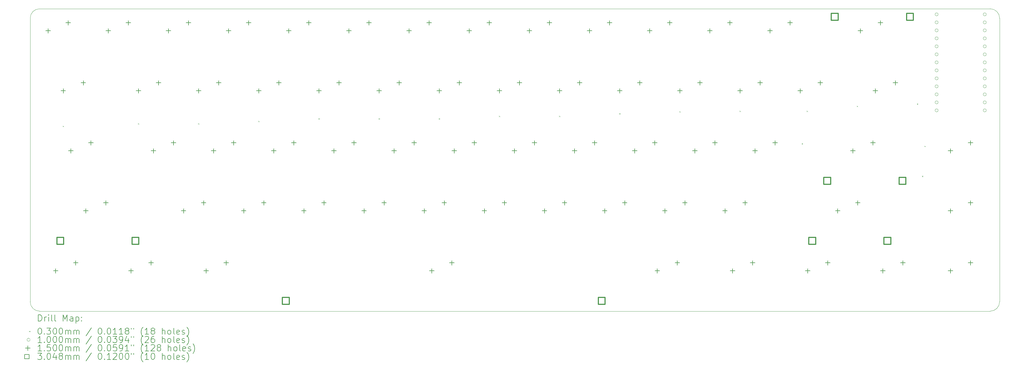
<source format=gbr>
%TF.GenerationSoftware,KiCad,Pcbnew,8.0.0*%
%TF.CreationDate,2025-03-21T19:28:28+07:00*%
%TF.ProjectId,60Keyboard,36304b65-7962-46f6-9172-642e6b696361,rev?*%
%TF.SameCoordinates,Original*%
%TF.FileFunction,Drillmap*%
%TF.FilePolarity,Positive*%
%FSLAX45Y45*%
G04 Gerber Fmt 4.5, Leading zero omitted, Abs format (unit mm)*
G04 Created by KiCad (PCBNEW 8.0.0) date 2025-03-21 19:28:28*
%MOMM*%
%LPD*%
G01*
G04 APERTURE LIST*
%ADD10C,0.050000*%
%ADD11C,0.200000*%
%ADD12C,0.100000*%
%ADD13C,0.150000*%
%ADD14C,0.304800*%
G04 APERTURE END LIST*
D10*
X30700000Y-9300000D02*
X30700000Y-300000D01*
X30400000Y0D02*
G75*
G02*
X30700000Y-300000I0J-300000D01*
G01*
X300000Y-9600000D02*
G75*
G02*
X0Y-9300000I0J300000D01*
G01*
X30700000Y-9300000D02*
G75*
G02*
X30400000Y-9600000I-300000J0D01*
G01*
X30400000Y0D02*
X300000Y0D01*
X300000Y-9600000D02*
X30400000Y-9600000D01*
X0Y-300000D02*
G75*
G02*
X300000Y0I300000J0D01*
G01*
X0Y-300000D02*
X0Y-9300000D01*
D11*
D12*
X1032750Y-3715625D02*
X1062750Y-3745625D01*
X1062750Y-3715625D02*
X1032750Y-3745625D01*
X3414000Y-3636250D02*
X3444000Y-3666250D01*
X3444000Y-3636250D02*
X3414000Y-3666250D01*
X5319000Y-3636250D02*
X5349000Y-3666250D01*
X5349000Y-3636250D02*
X5319000Y-3666250D01*
X7224000Y-3556875D02*
X7254000Y-3586875D01*
X7254000Y-3556875D02*
X7224000Y-3586875D01*
X9129000Y-3477500D02*
X9159000Y-3507500D01*
X9159000Y-3477500D02*
X9129000Y-3507500D01*
X11034000Y-3477500D02*
X11064000Y-3507500D01*
X11064000Y-3477500D02*
X11034000Y-3507500D01*
X12939000Y-3477500D02*
X12969000Y-3507500D01*
X12969000Y-3477500D02*
X12939000Y-3507500D01*
X14844000Y-3398125D02*
X14874000Y-3428125D01*
X14874000Y-3398125D02*
X14844000Y-3428125D01*
X16749000Y-3398125D02*
X16779000Y-3428125D01*
X16779000Y-3398125D02*
X16749000Y-3428125D01*
X18654000Y-3318750D02*
X18684000Y-3348750D01*
X18684000Y-3318750D02*
X18654000Y-3348750D01*
X20559000Y-3255250D02*
X20589000Y-3285250D01*
X20589000Y-3255250D02*
X20559000Y-3285250D01*
X22464000Y-3239375D02*
X22494000Y-3269375D01*
X22494000Y-3239375D02*
X22464000Y-3269375D01*
X24432500Y-4271250D02*
X24462500Y-4301250D01*
X24462500Y-4271250D02*
X24432500Y-4301250D01*
X24591250Y-3239375D02*
X24621250Y-3269375D01*
X24621250Y-3239375D02*
X24591250Y-3269375D01*
X26178750Y-3080625D02*
X26208750Y-3110625D01*
X26208750Y-3080625D02*
X26178750Y-3110625D01*
X28083750Y-3007500D02*
X28113750Y-3037500D01*
X28113750Y-3007500D02*
X28083750Y-3037500D01*
X28242500Y-5303125D02*
X28272500Y-5333125D01*
X28272500Y-5303125D02*
X28242500Y-5333125D01*
X28321875Y-4350625D02*
X28351875Y-4380625D01*
X28351875Y-4350625D02*
X28321875Y-4380625D01*
X28754150Y-177000D02*
G75*
G02*
X28654150Y-177000I-50000J0D01*
G01*
X28654150Y-177000D02*
G75*
G02*
X28754150Y-177000I50000J0D01*
G01*
X28754150Y-431000D02*
G75*
G02*
X28654150Y-431000I-50000J0D01*
G01*
X28654150Y-431000D02*
G75*
G02*
X28754150Y-431000I50000J0D01*
G01*
X28754150Y-685000D02*
G75*
G02*
X28654150Y-685000I-50000J0D01*
G01*
X28654150Y-685000D02*
G75*
G02*
X28754150Y-685000I50000J0D01*
G01*
X28754150Y-939000D02*
G75*
G02*
X28654150Y-939000I-50000J0D01*
G01*
X28654150Y-939000D02*
G75*
G02*
X28754150Y-939000I50000J0D01*
G01*
X28754150Y-1193000D02*
G75*
G02*
X28654150Y-1193000I-50000J0D01*
G01*
X28654150Y-1193000D02*
G75*
G02*
X28754150Y-1193000I50000J0D01*
G01*
X28754150Y-1447000D02*
G75*
G02*
X28654150Y-1447000I-50000J0D01*
G01*
X28654150Y-1447000D02*
G75*
G02*
X28754150Y-1447000I50000J0D01*
G01*
X28754150Y-1701000D02*
G75*
G02*
X28654150Y-1701000I-50000J0D01*
G01*
X28654150Y-1701000D02*
G75*
G02*
X28754150Y-1701000I50000J0D01*
G01*
X28754150Y-1955000D02*
G75*
G02*
X28654150Y-1955000I-50000J0D01*
G01*
X28654150Y-1955000D02*
G75*
G02*
X28754150Y-1955000I50000J0D01*
G01*
X28754150Y-2209000D02*
G75*
G02*
X28654150Y-2209000I-50000J0D01*
G01*
X28654150Y-2209000D02*
G75*
G02*
X28754150Y-2209000I50000J0D01*
G01*
X28754150Y-2463000D02*
G75*
G02*
X28654150Y-2463000I-50000J0D01*
G01*
X28654150Y-2463000D02*
G75*
G02*
X28754150Y-2463000I50000J0D01*
G01*
X28754150Y-2717000D02*
G75*
G02*
X28654150Y-2717000I-50000J0D01*
G01*
X28654150Y-2717000D02*
G75*
G02*
X28754150Y-2717000I50000J0D01*
G01*
X28754150Y-2971000D02*
G75*
G02*
X28654150Y-2971000I-50000J0D01*
G01*
X28654150Y-2971000D02*
G75*
G02*
X28754150Y-2971000I50000J0D01*
G01*
X28754150Y-3225000D02*
G75*
G02*
X28654150Y-3225000I-50000J0D01*
G01*
X28654150Y-3225000D02*
G75*
G02*
X28754150Y-3225000I50000J0D01*
G01*
X30278150Y-177000D02*
G75*
G02*
X30178150Y-177000I-50000J0D01*
G01*
X30178150Y-177000D02*
G75*
G02*
X30278150Y-177000I50000J0D01*
G01*
X30278150Y-431000D02*
G75*
G02*
X30178150Y-431000I-50000J0D01*
G01*
X30178150Y-431000D02*
G75*
G02*
X30278150Y-431000I50000J0D01*
G01*
X30278150Y-685000D02*
G75*
G02*
X30178150Y-685000I-50000J0D01*
G01*
X30178150Y-685000D02*
G75*
G02*
X30278150Y-685000I50000J0D01*
G01*
X30278150Y-939000D02*
G75*
G02*
X30178150Y-939000I-50000J0D01*
G01*
X30178150Y-939000D02*
G75*
G02*
X30278150Y-939000I50000J0D01*
G01*
X30278150Y-1193000D02*
G75*
G02*
X30178150Y-1193000I-50000J0D01*
G01*
X30178150Y-1193000D02*
G75*
G02*
X30278150Y-1193000I50000J0D01*
G01*
X30278150Y-1447000D02*
G75*
G02*
X30178150Y-1447000I-50000J0D01*
G01*
X30178150Y-1447000D02*
G75*
G02*
X30278150Y-1447000I50000J0D01*
G01*
X30278150Y-1701000D02*
G75*
G02*
X30178150Y-1701000I-50000J0D01*
G01*
X30178150Y-1701000D02*
G75*
G02*
X30278150Y-1701000I50000J0D01*
G01*
X30278150Y-1955000D02*
G75*
G02*
X30178150Y-1955000I-50000J0D01*
G01*
X30178150Y-1955000D02*
G75*
G02*
X30278150Y-1955000I50000J0D01*
G01*
X30278150Y-2209000D02*
G75*
G02*
X30178150Y-2209000I-50000J0D01*
G01*
X30178150Y-2209000D02*
G75*
G02*
X30278150Y-2209000I50000J0D01*
G01*
X30278150Y-2463000D02*
G75*
G02*
X30178150Y-2463000I-50000J0D01*
G01*
X30178150Y-2463000D02*
G75*
G02*
X30278150Y-2463000I50000J0D01*
G01*
X30278150Y-2717000D02*
G75*
G02*
X30178150Y-2717000I-50000J0D01*
G01*
X30178150Y-2717000D02*
G75*
G02*
X30278150Y-2717000I50000J0D01*
G01*
X30278150Y-2971000D02*
G75*
G02*
X30178150Y-2971000I-50000J0D01*
G01*
X30178150Y-2971000D02*
G75*
G02*
X30278150Y-2971000I50000J0D01*
G01*
X30278150Y-3225000D02*
G75*
G02*
X30178150Y-3225000I-50000J0D01*
G01*
X30178150Y-3225000D02*
G75*
G02*
X30278150Y-3225000I50000J0D01*
G01*
D13*
X571500Y-623500D02*
X571500Y-773500D01*
X496500Y-698500D02*
X646500Y-698500D01*
X809625Y-8243500D02*
X809625Y-8393500D01*
X734625Y-8318500D02*
X884625Y-8318500D01*
X1047750Y-2528500D02*
X1047750Y-2678500D01*
X972750Y-2603500D02*
X1122750Y-2603500D01*
X1206500Y-369500D02*
X1206500Y-519500D01*
X1131500Y-444500D02*
X1281500Y-444500D01*
X1285875Y-4433500D02*
X1285875Y-4583500D01*
X1210875Y-4508500D02*
X1360875Y-4508500D01*
X1444625Y-7989500D02*
X1444625Y-8139500D01*
X1369625Y-8064500D02*
X1519625Y-8064500D01*
X1682750Y-2274500D02*
X1682750Y-2424500D01*
X1607750Y-2349500D02*
X1757750Y-2349500D01*
X1762125Y-6338500D02*
X1762125Y-6488500D01*
X1687125Y-6413500D02*
X1837125Y-6413500D01*
X1920875Y-4179500D02*
X1920875Y-4329500D01*
X1845875Y-4254500D02*
X1995875Y-4254500D01*
X2397125Y-6084500D02*
X2397125Y-6234500D01*
X2322125Y-6159500D02*
X2472125Y-6159500D01*
X2476500Y-623500D02*
X2476500Y-773500D01*
X2401500Y-698500D02*
X2551500Y-698500D01*
X3111500Y-369500D02*
X3111500Y-519500D01*
X3036500Y-444500D02*
X3186500Y-444500D01*
X3190875Y-8243500D02*
X3190875Y-8393500D01*
X3115875Y-8318500D02*
X3265875Y-8318500D01*
X3429000Y-2528500D02*
X3429000Y-2678500D01*
X3354000Y-2603500D02*
X3504000Y-2603500D01*
X3825875Y-7989500D02*
X3825875Y-8139500D01*
X3750875Y-8064500D02*
X3900875Y-8064500D01*
X3905250Y-4433500D02*
X3905250Y-4583500D01*
X3830250Y-4508500D02*
X3980250Y-4508500D01*
X4064000Y-2274500D02*
X4064000Y-2424500D01*
X3989000Y-2349500D02*
X4139000Y-2349500D01*
X4381500Y-623500D02*
X4381500Y-773500D01*
X4306500Y-698500D02*
X4456500Y-698500D01*
X4540250Y-4179500D02*
X4540250Y-4329500D01*
X4465250Y-4254500D02*
X4615250Y-4254500D01*
X4857750Y-6338500D02*
X4857750Y-6488500D01*
X4782750Y-6413500D02*
X4932750Y-6413500D01*
X5016500Y-369500D02*
X5016500Y-519500D01*
X4941500Y-444500D02*
X5091500Y-444500D01*
X5334000Y-2528500D02*
X5334000Y-2678500D01*
X5259000Y-2603500D02*
X5409000Y-2603500D01*
X5492750Y-6084500D02*
X5492750Y-6234500D01*
X5417750Y-6159500D02*
X5567750Y-6159500D01*
X5572125Y-8243500D02*
X5572125Y-8393500D01*
X5497125Y-8318500D02*
X5647125Y-8318500D01*
X5810250Y-4433500D02*
X5810250Y-4583500D01*
X5735250Y-4508500D02*
X5885250Y-4508500D01*
X5969000Y-2274500D02*
X5969000Y-2424500D01*
X5894000Y-2349500D02*
X6044000Y-2349500D01*
X6207125Y-7989500D02*
X6207125Y-8139500D01*
X6132125Y-8064500D02*
X6282125Y-8064500D01*
X6286500Y-623500D02*
X6286500Y-773500D01*
X6211500Y-698500D02*
X6361500Y-698500D01*
X6445250Y-4179500D02*
X6445250Y-4329500D01*
X6370250Y-4254500D02*
X6520250Y-4254500D01*
X6762750Y-6338500D02*
X6762750Y-6488500D01*
X6687750Y-6413500D02*
X6837750Y-6413500D01*
X6921500Y-369500D02*
X6921500Y-519500D01*
X6846500Y-444500D02*
X6996500Y-444500D01*
X7239000Y-2528500D02*
X7239000Y-2678500D01*
X7164000Y-2603500D02*
X7314000Y-2603500D01*
X7397750Y-6084500D02*
X7397750Y-6234500D01*
X7322750Y-6159500D02*
X7472750Y-6159500D01*
X7715250Y-4433500D02*
X7715250Y-4583500D01*
X7640250Y-4508500D02*
X7790250Y-4508500D01*
X7874000Y-2274500D02*
X7874000Y-2424500D01*
X7799000Y-2349500D02*
X7949000Y-2349500D01*
X8191500Y-623500D02*
X8191500Y-773500D01*
X8116500Y-698500D02*
X8266500Y-698500D01*
X8350250Y-4179500D02*
X8350250Y-4329500D01*
X8275250Y-4254500D02*
X8425250Y-4254500D01*
X8667750Y-6338500D02*
X8667750Y-6488500D01*
X8592750Y-6413500D02*
X8742750Y-6413500D01*
X8826500Y-369500D02*
X8826500Y-519500D01*
X8751500Y-444500D02*
X8901500Y-444500D01*
X9144000Y-2528500D02*
X9144000Y-2678500D01*
X9069000Y-2603500D02*
X9219000Y-2603500D01*
X9302750Y-6084500D02*
X9302750Y-6234500D01*
X9227750Y-6159500D02*
X9377750Y-6159500D01*
X9620250Y-4433500D02*
X9620250Y-4583500D01*
X9545250Y-4508500D02*
X9695250Y-4508500D01*
X9779000Y-2274500D02*
X9779000Y-2424500D01*
X9704000Y-2349500D02*
X9854000Y-2349500D01*
X10096500Y-623500D02*
X10096500Y-773500D01*
X10021500Y-698500D02*
X10171500Y-698500D01*
X10255250Y-4179500D02*
X10255250Y-4329500D01*
X10180250Y-4254500D02*
X10330250Y-4254500D01*
X10572750Y-6338500D02*
X10572750Y-6488500D01*
X10497750Y-6413500D02*
X10647750Y-6413500D01*
X10731500Y-369500D02*
X10731500Y-519500D01*
X10656500Y-444500D02*
X10806500Y-444500D01*
X11049000Y-2528500D02*
X11049000Y-2678500D01*
X10974000Y-2603500D02*
X11124000Y-2603500D01*
X11207750Y-6084500D02*
X11207750Y-6234500D01*
X11132750Y-6159500D02*
X11282750Y-6159500D01*
X11525250Y-4433500D02*
X11525250Y-4583500D01*
X11450250Y-4508500D02*
X11600250Y-4508500D01*
X11684000Y-2274500D02*
X11684000Y-2424500D01*
X11609000Y-2349500D02*
X11759000Y-2349500D01*
X12001500Y-623500D02*
X12001500Y-773500D01*
X11926500Y-698500D02*
X12076500Y-698500D01*
X12160250Y-4179500D02*
X12160250Y-4329500D01*
X12085250Y-4254500D02*
X12235250Y-4254500D01*
X12477750Y-6338500D02*
X12477750Y-6488500D01*
X12402750Y-6413500D02*
X12552750Y-6413500D01*
X12636500Y-369500D02*
X12636500Y-519500D01*
X12561500Y-444500D02*
X12711500Y-444500D01*
X12715875Y-8243500D02*
X12715875Y-8393500D01*
X12640875Y-8318500D02*
X12790875Y-8318500D01*
X12954000Y-2528500D02*
X12954000Y-2678500D01*
X12879000Y-2603500D02*
X13029000Y-2603500D01*
X13112750Y-6084500D02*
X13112750Y-6234500D01*
X13037750Y-6159500D02*
X13187750Y-6159500D01*
X13350875Y-7989500D02*
X13350875Y-8139500D01*
X13275875Y-8064500D02*
X13425875Y-8064500D01*
X13430250Y-4433500D02*
X13430250Y-4583500D01*
X13355250Y-4508500D02*
X13505250Y-4508500D01*
X13589000Y-2274500D02*
X13589000Y-2424500D01*
X13514000Y-2349500D02*
X13664000Y-2349500D01*
X13906500Y-623500D02*
X13906500Y-773500D01*
X13831500Y-698500D02*
X13981500Y-698500D01*
X14065250Y-4179500D02*
X14065250Y-4329500D01*
X13990250Y-4254500D02*
X14140250Y-4254500D01*
X14382750Y-6338500D02*
X14382750Y-6488500D01*
X14307750Y-6413500D02*
X14457750Y-6413500D01*
X14541500Y-369500D02*
X14541500Y-519500D01*
X14466500Y-444500D02*
X14616500Y-444500D01*
X14859000Y-2528500D02*
X14859000Y-2678500D01*
X14784000Y-2603500D02*
X14934000Y-2603500D01*
X15017750Y-6084500D02*
X15017750Y-6234500D01*
X14942750Y-6159500D02*
X15092750Y-6159500D01*
X15335250Y-4433500D02*
X15335250Y-4583500D01*
X15260250Y-4508500D02*
X15410250Y-4508500D01*
X15494000Y-2274500D02*
X15494000Y-2424500D01*
X15419000Y-2349500D02*
X15569000Y-2349500D01*
X15811500Y-623500D02*
X15811500Y-773500D01*
X15736500Y-698500D02*
X15886500Y-698500D01*
X15970250Y-4179500D02*
X15970250Y-4329500D01*
X15895250Y-4254500D02*
X16045250Y-4254500D01*
X16287750Y-6338500D02*
X16287750Y-6488500D01*
X16212750Y-6413500D02*
X16362750Y-6413500D01*
X16446500Y-369500D02*
X16446500Y-519500D01*
X16371500Y-444500D02*
X16521500Y-444500D01*
X16764000Y-2528500D02*
X16764000Y-2678500D01*
X16689000Y-2603500D02*
X16839000Y-2603500D01*
X16922750Y-6084500D02*
X16922750Y-6234500D01*
X16847750Y-6159500D02*
X16997750Y-6159500D01*
X17240250Y-4433500D02*
X17240250Y-4583500D01*
X17165250Y-4508500D02*
X17315250Y-4508500D01*
X17399000Y-2274500D02*
X17399000Y-2424500D01*
X17324000Y-2349500D02*
X17474000Y-2349500D01*
X17716500Y-623500D02*
X17716500Y-773500D01*
X17641500Y-698500D02*
X17791500Y-698500D01*
X17875250Y-4179500D02*
X17875250Y-4329500D01*
X17800250Y-4254500D02*
X17950250Y-4254500D01*
X18192750Y-6338500D02*
X18192750Y-6488500D01*
X18117750Y-6413500D02*
X18267750Y-6413500D01*
X18351500Y-369500D02*
X18351500Y-519500D01*
X18276500Y-444500D02*
X18426500Y-444500D01*
X18669000Y-2528500D02*
X18669000Y-2678500D01*
X18594000Y-2603500D02*
X18744000Y-2603500D01*
X18827750Y-6084500D02*
X18827750Y-6234500D01*
X18752750Y-6159500D02*
X18902750Y-6159500D01*
X19145250Y-4433500D02*
X19145250Y-4583500D01*
X19070250Y-4508500D02*
X19220250Y-4508500D01*
X19304000Y-2274500D02*
X19304000Y-2424500D01*
X19229000Y-2349500D02*
X19379000Y-2349500D01*
X19621500Y-623500D02*
X19621500Y-773500D01*
X19546500Y-698500D02*
X19696500Y-698500D01*
X19780250Y-4179500D02*
X19780250Y-4329500D01*
X19705250Y-4254500D02*
X19855250Y-4254500D01*
X19859625Y-8243500D02*
X19859625Y-8393500D01*
X19784625Y-8318500D02*
X19934625Y-8318500D01*
X20097750Y-6338500D02*
X20097750Y-6488500D01*
X20022750Y-6413500D02*
X20172750Y-6413500D01*
X20256500Y-369500D02*
X20256500Y-519500D01*
X20181500Y-444500D02*
X20331500Y-444500D01*
X20494625Y-7989500D02*
X20494625Y-8139500D01*
X20419625Y-8064500D02*
X20569625Y-8064500D01*
X20574000Y-2528500D02*
X20574000Y-2678500D01*
X20499000Y-2603500D02*
X20649000Y-2603500D01*
X20732750Y-6084500D02*
X20732750Y-6234500D01*
X20657750Y-6159500D02*
X20807750Y-6159500D01*
X21050250Y-4433500D02*
X21050250Y-4583500D01*
X20975250Y-4508500D02*
X21125250Y-4508500D01*
X21209000Y-2274500D02*
X21209000Y-2424500D01*
X21134000Y-2349500D02*
X21284000Y-2349500D01*
X21526500Y-623500D02*
X21526500Y-773500D01*
X21451500Y-698500D02*
X21601500Y-698500D01*
X21685250Y-4179500D02*
X21685250Y-4329500D01*
X21610250Y-4254500D02*
X21760250Y-4254500D01*
X22002750Y-6338500D02*
X22002750Y-6488500D01*
X21927750Y-6413500D02*
X22077750Y-6413500D01*
X22161500Y-369500D02*
X22161500Y-519500D01*
X22086500Y-444500D02*
X22236500Y-444500D01*
X22240875Y-8243500D02*
X22240875Y-8393500D01*
X22165875Y-8318500D02*
X22315875Y-8318500D01*
X22479000Y-2528500D02*
X22479000Y-2678500D01*
X22404000Y-2603500D02*
X22554000Y-2603500D01*
X22637750Y-6084500D02*
X22637750Y-6234500D01*
X22562750Y-6159500D02*
X22712750Y-6159500D01*
X22875875Y-7989500D02*
X22875875Y-8139500D01*
X22800875Y-8064500D02*
X22950875Y-8064500D01*
X22955250Y-4433500D02*
X22955250Y-4583500D01*
X22880250Y-4508500D02*
X23030250Y-4508500D01*
X23114000Y-2274500D02*
X23114000Y-2424500D01*
X23039000Y-2349500D02*
X23189000Y-2349500D01*
X23431500Y-623500D02*
X23431500Y-773500D01*
X23356500Y-698500D02*
X23506500Y-698500D01*
X23590250Y-4179500D02*
X23590250Y-4329500D01*
X23515250Y-4254500D02*
X23665250Y-4254500D01*
X24066500Y-369500D02*
X24066500Y-519500D01*
X23991500Y-444500D02*
X24141500Y-444500D01*
X24384000Y-2528500D02*
X24384000Y-2678500D01*
X24309000Y-2603500D02*
X24459000Y-2603500D01*
X24622125Y-8243500D02*
X24622125Y-8393500D01*
X24547125Y-8318500D02*
X24697125Y-8318500D01*
X25019000Y-2274500D02*
X25019000Y-2424500D01*
X24944000Y-2349500D02*
X25094000Y-2349500D01*
X25257125Y-7989500D02*
X25257125Y-8139500D01*
X25182125Y-8064500D02*
X25332125Y-8064500D01*
X25574625Y-6338500D02*
X25574625Y-6488500D01*
X25499625Y-6413500D02*
X25649625Y-6413500D01*
X26050875Y-4433500D02*
X26050875Y-4583500D01*
X25975875Y-4508500D02*
X26125875Y-4508500D01*
X26209625Y-6084500D02*
X26209625Y-6234500D01*
X26134625Y-6159500D02*
X26284625Y-6159500D01*
X26289000Y-623500D02*
X26289000Y-773500D01*
X26214000Y-698500D02*
X26364000Y-698500D01*
X26685875Y-4179500D02*
X26685875Y-4329500D01*
X26610875Y-4254500D02*
X26760875Y-4254500D01*
X26765250Y-2528500D02*
X26765250Y-2678500D01*
X26690250Y-2603500D02*
X26840250Y-2603500D01*
X26924000Y-369500D02*
X26924000Y-519500D01*
X26849000Y-444500D02*
X26999000Y-444500D01*
X27003375Y-8243500D02*
X27003375Y-8393500D01*
X26928375Y-8318500D02*
X27078375Y-8318500D01*
X27400250Y-2274500D02*
X27400250Y-2424500D01*
X27325250Y-2349500D02*
X27475250Y-2349500D01*
X27638375Y-7989500D02*
X27638375Y-8139500D01*
X27563375Y-8064500D02*
X27713375Y-8064500D01*
X29146500Y-4433500D02*
X29146500Y-4583500D01*
X29071500Y-4508500D02*
X29221500Y-4508500D01*
X29146500Y-6338500D02*
X29146500Y-6488500D01*
X29071500Y-6413500D02*
X29221500Y-6413500D01*
X29146500Y-8243500D02*
X29146500Y-8393500D01*
X29071500Y-8318500D02*
X29221500Y-8318500D01*
X29781500Y-4179500D02*
X29781500Y-4329500D01*
X29706500Y-4254500D02*
X29856500Y-4254500D01*
X29781500Y-6084500D02*
X29781500Y-6234500D01*
X29706500Y-6159500D02*
X29856500Y-6159500D01*
X29781500Y-7989500D02*
X29781500Y-8139500D01*
X29706500Y-8064500D02*
X29856500Y-8064500D01*
D14*
X1060264Y-7473764D02*
X1060264Y-7258236D01*
X844736Y-7258236D01*
X844736Y-7473764D01*
X1060264Y-7473764D01*
X3441514Y-7473764D02*
X3441514Y-7258236D01*
X3225986Y-7258236D01*
X3225986Y-7473764D01*
X3441514Y-7473764D01*
X8204014Y-9378764D02*
X8204014Y-9163236D01*
X7988486Y-9163236D01*
X7988486Y-9378764D01*
X8204014Y-9378764D01*
X18205264Y-9378764D02*
X18205264Y-9163236D01*
X17989736Y-9163236D01*
X17989736Y-9378764D01*
X18205264Y-9378764D01*
X24872764Y-7473764D02*
X24872764Y-7258236D01*
X24657236Y-7258236D01*
X24657236Y-7473764D01*
X24872764Y-7473764D01*
X25349014Y-5568764D02*
X25349014Y-5353236D01*
X25133486Y-5353236D01*
X25133486Y-5568764D01*
X25349014Y-5568764D01*
X25587139Y-361764D02*
X25587139Y-146236D01*
X25371611Y-146236D01*
X25371611Y-361764D01*
X25587139Y-361764D01*
X27254014Y-7473764D02*
X27254014Y-7258236D01*
X27038486Y-7258236D01*
X27038486Y-7473764D01*
X27254014Y-7473764D01*
X27730264Y-5568764D02*
X27730264Y-5353236D01*
X27514736Y-5353236D01*
X27514736Y-5568764D01*
X27730264Y-5568764D01*
X27968389Y-361764D02*
X27968389Y-146236D01*
X27752861Y-146236D01*
X27752861Y-361764D01*
X27968389Y-361764D01*
D11*
X258277Y-9913984D02*
X258277Y-9713984D01*
X258277Y-9713984D02*
X305896Y-9713984D01*
X305896Y-9713984D02*
X334467Y-9723508D01*
X334467Y-9723508D02*
X353515Y-9742555D01*
X353515Y-9742555D02*
X363039Y-9761603D01*
X363039Y-9761603D02*
X372562Y-9799698D01*
X372562Y-9799698D02*
X372562Y-9828270D01*
X372562Y-9828270D02*
X363039Y-9866365D01*
X363039Y-9866365D02*
X353515Y-9885412D01*
X353515Y-9885412D02*
X334467Y-9904460D01*
X334467Y-9904460D02*
X305896Y-9913984D01*
X305896Y-9913984D02*
X258277Y-9913984D01*
X458277Y-9913984D02*
X458277Y-9780650D01*
X458277Y-9818746D02*
X467801Y-9799698D01*
X467801Y-9799698D02*
X477324Y-9790174D01*
X477324Y-9790174D02*
X496372Y-9780650D01*
X496372Y-9780650D02*
X515420Y-9780650D01*
X582086Y-9913984D02*
X582086Y-9780650D01*
X582086Y-9713984D02*
X572563Y-9723508D01*
X572563Y-9723508D02*
X582086Y-9733031D01*
X582086Y-9733031D02*
X591610Y-9723508D01*
X591610Y-9723508D02*
X582086Y-9713984D01*
X582086Y-9713984D02*
X582086Y-9733031D01*
X705896Y-9913984D02*
X686848Y-9904460D01*
X686848Y-9904460D02*
X677324Y-9885412D01*
X677324Y-9885412D02*
X677324Y-9713984D01*
X810658Y-9913984D02*
X791610Y-9904460D01*
X791610Y-9904460D02*
X782086Y-9885412D01*
X782086Y-9885412D02*
X782086Y-9713984D01*
X1039229Y-9913984D02*
X1039229Y-9713984D01*
X1039229Y-9713984D02*
X1105896Y-9856841D01*
X1105896Y-9856841D02*
X1172563Y-9713984D01*
X1172563Y-9713984D02*
X1172563Y-9913984D01*
X1353515Y-9913984D02*
X1353515Y-9809222D01*
X1353515Y-9809222D02*
X1343991Y-9790174D01*
X1343991Y-9790174D02*
X1324944Y-9780650D01*
X1324944Y-9780650D02*
X1286848Y-9780650D01*
X1286848Y-9780650D02*
X1267801Y-9790174D01*
X1353515Y-9904460D02*
X1334467Y-9913984D01*
X1334467Y-9913984D02*
X1286848Y-9913984D01*
X1286848Y-9913984D02*
X1267801Y-9904460D01*
X1267801Y-9904460D02*
X1258277Y-9885412D01*
X1258277Y-9885412D02*
X1258277Y-9866365D01*
X1258277Y-9866365D02*
X1267801Y-9847317D01*
X1267801Y-9847317D02*
X1286848Y-9837793D01*
X1286848Y-9837793D02*
X1334467Y-9837793D01*
X1334467Y-9837793D02*
X1353515Y-9828270D01*
X1448753Y-9780650D02*
X1448753Y-9980650D01*
X1448753Y-9790174D02*
X1467801Y-9780650D01*
X1467801Y-9780650D02*
X1505896Y-9780650D01*
X1505896Y-9780650D02*
X1524943Y-9790174D01*
X1524943Y-9790174D02*
X1534467Y-9799698D01*
X1534467Y-9799698D02*
X1543991Y-9818746D01*
X1543991Y-9818746D02*
X1543991Y-9875889D01*
X1543991Y-9875889D02*
X1534467Y-9894936D01*
X1534467Y-9894936D02*
X1524943Y-9904460D01*
X1524943Y-9904460D02*
X1505896Y-9913984D01*
X1505896Y-9913984D02*
X1467801Y-9913984D01*
X1467801Y-9913984D02*
X1448753Y-9904460D01*
X1629705Y-9894936D02*
X1639229Y-9904460D01*
X1639229Y-9904460D02*
X1629705Y-9913984D01*
X1629705Y-9913984D02*
X1620182Y-9904460D01*
X1620182Y-9904460D02*
X1629705Y-9894936D01*
X1629705Y-9894936D02*
X1629705Y-9913984D01*
X1629705Y-9790174D02*
X1639229Y-9799698D01*
X1639229Y-9799698D02*
X1629705Y-9809222D01*
X1629705Y-9809222D02*
X1620182Y-9799698D01*
X1620182Y-9799698D02*
X1629705Y-9790174D01*
X1629705Y-9790174D02*
X1629705Y-9809222D01*
D12*
X-32500Y-10227500D02*
X-2500Y-10257500D01*
X-2500Y-10227500D02*
X-32500Y-10257500D01*
D11*
X296372Y-10133984D02*
X315420Y-10133984D01*
X315420Y-10133984D02*
X334467Y-10143508D01*
X334467Y-10143508D02*
X343991Y-10153031D01*
X343991Y-10153031D02*
X353515Y-10172079D01*
X353515Y-10172079D02*
X363039Y-10210174D01*
X363039Y-10210174D02*
X363039Y-10257793D01*
X363039Y-10257793D02*
X353515Y-10295889D01*
X353515Y-10295889D02*
X343991Y-10314936D01*
X343991Y-10314936D02*
X334467Y-10324460D01*
X334467Y-10324460D02*
X315420Y-10333984D01*
X315420Y-10333984D02*
X296372Y-10333984D01*
X296372Y-10333984D02*
X277324Y-10324460D01*
X277324Y-10324460D02*
X267801Y-10314936D01*
X267801Y-10314936D02*
X258277Y-10295889D01*
X258277Y-10295889D02*
X248753Y-10257793D01*
X248753Y-10257793D02*
X248753Y-10210174D01*
X248753Y-10210174D02*
X258277Y-10172079D01*
X258277Y-10172079D02*
X267801Y-10153031D01*
X267801Y-10153031D02*
X277324Y-10143508D01*
X277324Y-10143508D02*
X296372Y-10133984D01*
X448753Y-10314936D02*
X458277Y-10324460D01*
X458277Y-10324460D02*
X448753Y-10333984D01*
X448753Y-10333984D02*
X439229Y-10324460D01*
X439229Y-10324460D02*
X448753Y-10314936D01*
X448753Y-10314936D02*
X448753Y-10333984D01*
X524944Y-10133984D02*
X648753Y-10133984D01*
X648753Y-10133984D02*
X582086Y-10210174D01*
X582086Y-10210174D02*
X610658Y-10210174D01*
X610658Y-10210174D02*
X629705Y-10219698D01*
X629705Y-10219698D02*
X639229Y-10229222D01*
X639229Y-10229222D02*
X648753Y-10248270D01*
X648753Y-10248270D02*
X648753Y-10295889D01*
X648753Y-10295889D02*
X639229Y-10314936D01*
X639229Y-10314936D02*
X629705Y-10324460D01*
X629705Y-10324460D02*
X610658Y-10333984D01*
X610658Y-10333984D02*
X553515Y-10333984D01*
X553515Y-10333984D02*
X534467Y-10324460D01*
X534467Y-10324460D02*
X524944Y-10314936D01*
X772562Y-10133984D02*
X791610Y-10133984D01*
X791610Y-10133984D02*
X810658Y-10143508D01*
X810658Y-10143508D02*
X820182Y-10153031D01*
X820182Y-10153031D02*
X829705Y-10172079D01*
X829705Y-10172079D02*
X839229Y-10210174D01*
X839229Y-10210174D02*
X839229Y-10257793D01*
X839229Y-10257793D02*
X829705Y-10295889D01*
X829705Y-10295889D02*
X820182Y-10314936D01*
X820182Y-10314936D02*
X810658Y-10324460D01*
X810658Y-10324460D02*
X791610Y-10333984D01*
X791610Y-10333984D02*
X772562Y-10333984D01*
X772562Y-10333984D02*
X753515Y-10324460D01*
X753515Y-10324460D02*
X743991Y-10314936D01*
X743991Y-10314936D02*
X734467Y-10295889D01*
X734467Y-10295889D02*
X724943Y-10257793D01*
X724943Y-10257793D02*
X724943Y-10210174D01*
X724943Y-10210174D02*
X734467Y-10172079D01*
X734467Y-10172079D02*
X743991Y-10153031D01*
X743991Y-10153031D02*
X753515Y-10143508D01*
X753515Y-10143508D02*
X772562Y-10133984D01*
X963039Y-10133984D02*
X982086Y-10133984D01*
X982086Y-10133984D02*
X1001134Y-10143508D01*
X1001134Y-10143508D02*
X1010658Y-10153031D01*
X1010658Y-10153031D02*
X1020182Y-10172079D01*
X1020182Y-10172079D02*
X1029705Y-10210174D01*
X1029705Y-10210174D02*
X1029705Y-10257793D01*
X1029705Y-10257793D02*
X1020182Y-10295889D01*
X1020182Y-10295889D02*
X1010658Y-10314936D01*
X1010658Y-10314936D02*
X1001134Y-10324460D01*
X1001134Y-10324460D02*
X982086Y-10333984D01*
X982086Y-10333984D02*
X963039Y-10333984D01*
X963039Y-10333984D02*
X943991Y-10324460D01*
X943991Y-10324460D02*
X934467Y-10314936D01*
X934467Y-10314936D02*
X924943Y-10295889D01*
X924943Y-10295889D02*
X915420Y-10257793D01*
X915420Y-10257793D02*
X915420Y-10210174D01*
X915420Y-10210174D02*
X924943Y-10172079D01*
X924943Y-10172079D02*
X934467Y-10153031D01*
X934467Y-10153031D02*
X943991Y-10143508D01*
X943991Y-10143508D02*
X963039Y-10133984D01*
X1115420Y-10333984D02*
X1115420Y-10200650D01*
X1115420Y-10219698D02*
X1124944Y-10210174D01*
X1124944Y-10210174D02*
X1143991Y-10200650D01*
X1143991Y-10200650D02*
X1172563Y-10200650D01*
X1172563Y-10200650D02*
X1191610Y-10210174D01*
X1191610Y-10210174D02*
X1201134Y-10229222D01*
X1201134Y-10229222D02*
X1201134Y-10333984D01*
X1201134Y-10229222D02*
X1210658Y-10210174D01*
X1210658Y-10210174D02*
X1229705Y-10200650D01*
X1229705Y-10200650D02*
X1258277Y-10200650D01*
X1258277Y-10200650D02*
X1277325Y-10210174D01*
X1277325Y-10210174D02*
X1286848Y-10229222D01*
X1286848Y-10229222D02*
X1286848Y-10333984D01*
X1382086Y-10333984D02*
X1382086Y-10200650D01*
X1382086Y-10219698D02*
X1391610Y-10210174D01*
X1391610Y-10210174D02*
X1410658Y-10200650D01*
X1410658Y-10200650D02*
X1439229Y-10200650D01*
X1439229Y-10200650D02*
X1458277Y-10210174D01*
X1458277Y-10210174D02*
X1467801Y-10229222D01*
X1467801Y-10229222D02*
X1467801Y-10333984D01*
X1467801Y-10229222D02*
X1477324Y-10210174D01*
X1477324Y-10210174D02*
X1496372Y-10200650D01*
X1496372Y-10200650D02*
X1524943Y-10200650D01*
X1524943Y-10200650D02*
X1543991Y-10210174D01*
X1543991Y-10210174D02*
X1553515Y-10229222D01*
X1553515Y-10229222D02*
X1553515Y-10333984D01*
X1943991Y-10124460D02*
X1772563Y-10381603D01*
X2201134Y-10133984D02*
X2220182Y-10133984D01*
X2220182Y-10133984D02*
X2239229Y-10143508D01*
X2239229Y-10143508D02*
X2248753Y-10153031D01*
X2248753Y-10153031D02*
X2258277Y-10172079D01*
X2258277Y-10172079D02*
X2267801Y-10210174D01*
X2267801Y-10210174D02*
X2267801Y-10257793D01*
X2267801Y-10257793D02*
X2258277Y-10295889D01*
X2258277Y-10295889D02*
X2248753Y-10314936D01*
X2248753Y-10314936D02*
X2239229Y-10324460D01*
X2239229Y-10324460D02*
X2220182Y-10333984D01*
X2220182Y-10333984D02*
X2201134Y-10333984D01*
X2201134Y-10333984D02*
X2182087Y-10324460D01*
X2182087Y-10324460D02*
X2172563Y-10314936D01*
X2172563Y-10314936D02*
X2163039Y-10295889D01*
X2163039Y-10295889D02*
X2153515Y-10257793D01*
X2153515Y-10257793D02*
X2153515Y-10210174D01*
X2153515Y-10210174D02*
X2163039Y-10172079D01*
X2163039Y-10172079D02*
X2172563Y-10153031D01*
X2172563Y-10153031D02*
X2182087Y-10143508D01*
X2182087Y-10143508D02*
X2201134Y-10133984D01*
X2353515Y-10314936D02*
X2363039Y-10324460D01*
X2363039Y-10324460D02*
X2353515Y-10333984D01*
X2353515Y-10333984D02*
X2343991Y-10324460D01*
X2343991Y-10324460D02*
X2353515Y-10314936D01*
X2353515Y-10314936D02*
X2353515Y-10333984D01*
X2486848Y-10133984D02*
X2505896Y-10133984D01*
X2505896Y-10133984D02*
X2524944Y-10143508D01*
X2524944Y-10143508D02*
X2534468Y-10153031D01*
X2534468Y-10153031D02*
X2543991Y-10172079D01*
X2543991Y-10172079D02*
X2553515Y-10210174D01*
X2553515Y-10210174D02*
X2553515Y-10257793D01*
X2553515Y-10257793D02*
X2543991Y-10295889D01*
X2543991Y-10295889D02*
X2534468Y-10314936D01*
X2534468Y-10314936D02*
X2524944Y-10324460D01*
X2524944Y-10324460D02*
X2505896Y-10333984D01*
X2505896Y-10333984D02*
X2486848Y-10333984D01*
X2486848Y-10333984D02*
X2467801Y-10324460D01*
X2467801Y-10324460D02*
X2458277Y-10314936D01*
X2458277Y-10314936D02*
X2448753Y-10295889D01*
X2448753Y-10295889D02*
X2439229Y-10257793D01*
X2439229Y-10257793D02*
X2439229Y-10210174D01*
X2439229Y-10210174D02*
X2448753Y-10172079D01*
X2448753Y-10172079D02*
X2458277Y-10153031D01*
X2458277Y-10153031D02*
X2467801Y-10143508D01*
X2467801Y-10143508D02*
X2486848Y-10133984D01*
X2743991Y-10333984D02*
X2629706Y-10333984D01*
X2686848Y-10333984D02*
X2686848Y-10133984D01*
X2686848Y-10133984D02*
X2667801Y-10162555D01*
X2667801Y-10162555D02*
X2648753Y-10181603D01*
X2648753Y-10181603D02*
X2629706Y-10191127D01*
X2934467Y-10333984D02*
X2820182Y-10333984D01*
X2877325Y-10333984D02*
X2877325Y-10133984D01*
X2877325Y-10133984D02*
X2858277Y-10162555D01*
X2858277Y-10162555D02*
X2839229Y-10181603D01*
X2839229Y-10181603D02*
X2820182Y-10191127D01*
X3048753Y-10219698D02*
X3029706Y-10210174D01*
X3029706Y-10210174D02*
X3020182Y-10200650D01*
X3020182Y-10200650D02*
X3010658Y-10181603D01*
X3010658Y-10181603D02*
X3010658Y-10172079D01*
X3010658Y-10172079D02*
X3020182Y-10153031D01*
X3020182Y-10153031D02*
X3029706Y-10143508D01*
X3029706Y-10143508D02*
X3048753Y-10133984D01*
X3048753Y-10133984D02*
X3086848Y-10133984D01*
X3086848Y-10133984D02*
X3105896Y-10143508D01*
X3105896Y-10143508D02*
X3115420Y-10153031D01*
X3115420Y-10153031D02*
X3124944Y-10172079D01*
X3124944Y-10172079D02*
X3124944Y-10181603D01*
X3124944Y-10181603D02*
X3115420Y-10200650D01*
X3115420Y-10200650D02*
X3105896Y-10210174D01*
X3105896Y-10210174D02*
X3086848Y-10219698D01*
X3086848Y-10219698D02*
X3048753Y-10219698D01*
X3048753Y-10219698D02*
X3029706Y-10229222D01*
X3029706Y-10229222D02*
X3020182Y-10238746D01*
X3020182Y-10238746D02*
X3010658Y-10257793D01*
X3010658Y-10257793D02*
X3010658Y-10295889D01*
X3010658Y-10295889D02*
X3020182Y-10314936D01*
X3020182Y-10314936D02*
X3029706Y-10324460D01*
X3029706Y-10324460D02*
X3048753Y-10333984D01*
X3048753Y-10333984D02*
X3086848Y-10333984D01*
X3086848Y-10333984D02*
X3105896Y-10324460D01*
X3105896Y-10324460D02*
X3115420Y-10314936D01*
X3115420Y-10314936D02*
X3124944Y-10295889D01*
X3124944Y-10295889D02*
X3124944Y-10257793D01*
X3124944Y-10257793D02*
X3115420Y-10238746D01*
X3115420Y-10238746D02*
X3105896Y-10229222D01*
X3105896Y-10229222D02*
X3086848Y-10219698D01*
X3201134Y-10133984D02*
X3201134Y-10172079D01*
X3277325Y-10133984D02*
X3277325Y-10172079D01*
X3572563Y-10410174D02*
X3563039Y-10400650D01*
X3563039Y-10400650D02*
X3543991Y-10372079D01*
X3543991Y-10372079D02*
X3534468Y-10353031D01*
X3534468Y-10353031D02*
X3524944Y-10324460D01*
X3524944Y-10324460D02*
X3515420Y-10276841D01*
X3515420Y-10276841D02*
X3515420Y-10238746D01*
X3515420Y-10238746D02*
X3524944Y-10191127D01*
X3524944Y-10191127D02*
X3534468Y-10162555D01*
X3534468Y-10162555D02*
X3543991Y-10143508D01*
X3543991Y-10143508D02*
X3563039Y-10114936D01*
X3563039Y-10114936D02*
X3572563Y-10105412D01*
X3753515Y-10333984D02*
X3639229Y-10333984D01*
X3696372Y-10333984D02*
X3696372Y-10133984D01*
X3696372Y-10133984D02*
X3677325Y-10162555D01*
X3677325Y-10162555D02*
X3658277Y-10181603D01*
X3658277Y-10181603D02*
X3639229Y-10191127D01*
X3867801Y-10219698D02*
X3848753Y-10210174D01*
X3848753Y-10210174D02*
X3839229Y-10200650D01*
X3839229Y-10200650D02*
X3829706Y-10181603D01*
X3829706Y-10181603D02*
X3829706Y-10172079D01*
X3829706Y-10172079D02*
X3839229Y-10153031D01*
X3839229Y-10153031D02*
X3848753Y-10143508D01*
X3848753Y-10143508D02*
X3867801Y-10133984D01*
X3867801Y-10133984D02*
X3905896Y-10133984D01*
X3905896Y-10133984D02*
X3924944Y-10143508D01*
X3924944Y-10143508D02*
X3934468Y-10153031D01*
X3934468Y-10153031D02*
X3943991Y-10172079D01*
X3943991Y-10172079D02*
X3943991Y-10181603D01*
X3943991Y-10181603D02*
X3934468Y-10200650D01*
X3934468Y-10200650D02*
X3924944Y-10210174D01*
X3924944Y-10210174D02*
X3905896Y-10219698D01*
X3905896Y-10219698D02*
X3867801Y-10219698D01*
X3867801Y-10219698D02*
X3848753Y-10229222D01*
X3848753Y-10229222D02*
X3839229Y-10238746D01*
X3839229Y-10238746D02*
X3829706Y-10257793D01*
X3829706Y-10257793D02*
X3829706Y-10295889D01*
X3829706Y-10295889D02*
X3839229Y-10314936D01*
X3839229Y-10314936D02*
X3848753Y-10324460D01*
X3848753Y-10324460D02*
X3867801Y-10333984D01*
X3867801Y-10333984D02*
X3905896Y-10333984D01*
X3905896Y-10333984D02*
X3924944Y-10324460D01*
X3924944Y-10324460D02*
X3934468Y-10314936D01*
X3934468Y-10314936D02*
X3943991Y-10295889D01*
X3943991Y-10295889D02*
X3943991Y-10257793D01*
X3943991Y-10257793D02*
X3934468Y-10238746D01*
X3934468Y-10238746D02*
X3924944Y-10229222D01*
X3924944Y-10229222D02*
X3905896Y-10219698D01*
X4182087Y-10333984D02*
X4182087Y-10133984D01*
X4267801Y-10333984D02*
X4267801Y-10229222D01*
X4267801Y-10229222D02*
X4258277Y-10210174D01*
X4258277Y-10210174D02*
X4239230Y-10200650D01*
X4239230Y-10200650D02*
X4210658Y-10200650D01*
X4210658Y-10200650D02*
X4191610Y-10210174D01*
X4191610Y-10210174D02*
X4182087Y-10219698D01*
X4391611Y-10333984D02*
X4372563Y-10324460D01*
X4372563Y-10324460D02*
X4363039Y-10314936D01*
X4363039Y-10314936D02*
X4353515Y-10295889D01*
X4353515Y-10295889D02*
X4353515Y-10238746D01*
X4353515Y-10238746D02*
X4363039Y-10219698D01*
X4363039Y-10219698D02*
X4372563Y-10210174D01*
X4372563Y-10210174D02*
X4391611Y-10200650D01*
X4391611Y-10200650D02*
X4420182Y-10200650D01*
X4420182Y-10200650D02*
X4439230Y-10210174D01*
X4439230Y-10210174D02*
X4448753Y-10219698D01*
X4448753Y-10219698D02*
X4458277Y-10238746D01*
X4458277Y-10238746D02*
X4458277Y-10295889D01*
X4458277Y-10295889D02*
X4448753Y-10314936D01*
X4448753Y-10314936D02*
X4439230Y-10324460D01*
X4439230Y-10324460D02*
X4420182Y-10333984D01*
X4420182Y-10333984D02*
X4391611Y-10333984D01*
X4572563Y-10333984D02*
X4553515Y-10324460D01*
X4553515Y-10324460D02*
X4543992Y-10305412D01*
X4543992Y-10305412D02*
X4543992Y-10133984D01*
X4724944Y-10324460D02*
X4705896Y-10333984D01*
X4705896Y-10333984D02*
X4667801Y-10333984D01*
X4667801Y-10333984D02*
X4648753Y-10324460D01*
X4648753Y-10324460D02*
X4639230Y-10305412D01*
X4639230Y-10305412D02*
X4639230Y-10229222D01*
X4639230Y-10229222D02*
X4648753Y-10210174D01*
X4648753Y-10210174D02*
X4667801Y-10200650D01*
X4667801Y-10200650D02*
X4705896Y-10200650D01*
X4705896Y-10200650D02*
X4724944Y-10210174D01*
X4724944Y-10210174D02*
X4734468Y-10229222D01*
X4734468Y-10229222D02*
X4734468Y-10248270D01*
X4734468Y-10248270D02*
X4639230Y-10267317D01*
X4810658Y-10324460D02*
X4829706Y-10333984D01*
X4829706Y-10333984D02*
X4867801Y-10333984D01*
X4867801Y-10333984D02*
X4886849Y-10324460D01*
X4886849Y-10324460D02*
X4896373Y-10305412D01*
X4896373Y-10305412D02*
X4896373Y-10295889D01*
X4896373Y-10295889D02*
X4886849Y-10276841D01*
X4886849Y-10276841D02*
X4867801Y-10267317D01*
X4867801Y-10267317D02*
X4839230Y-10267317D01*
X4839230Y-10267317D02*
X4820182Y-10257793D01*
X4820182Y-10257793D02*
X4810658Y-10238746D01*
X4810658Y-10238746D02*
X4810658Y-10229222D01*
X4810658Y-10229222D02*
X4820182Y-10210174D01*
X4820182Y-10210174D02*
X4839230Y-10200650D01*
X4839230Y-10200650D02*
X4867801Y-10200650D01*
X4867801Y-10200650D02*
X4886849Y-10210174D01*
X4963039Y-10410174D02*
X4972563Y-10400650D01*
X4972563Y-10400650D02*
X4991611Y-10372079D01*
X4991611Y-10372079D02*
X5001134Y-10353031D01*
X5001134Y-10353031D02*
X5010658Y-10324460D01*
X5010658Y-10324460D02*
X5020182Y-10276841D01*
X5020182Y-10276841D02*
X5020182Y-10238746D01*
X5020182Y-10238746D02*
X5010658Y-10191127D01*
X5010658Y-10191127D02*
X5001134Y-10162555D01*
X5001134Y-10162555D02*
X4991611Y-10143508D01*
X4991611Y-10143508D02*
X4972563Y-10114936D01*
X4972563Y-10114936D02*
X4963039Y-10105412D01*
D12*
X-2500Y-10506500D02*
G75*
G02*
X-102500Y-10506500I-50000J0D01*
G01*
X-102500Y-10506500D02*
G75*
G02*
X-2500Y-10506500I50000J0D01*
G01*
D11*
X363039Y-10597984D02*
X248753Y-10597984D01*
X305896Y-10597984D02*
X305896Y-10397984D01*
X305896Y-10397984D02*
X286848Y-10426555D01*
X286848Y-10426555D02*
X267801Y-10445603D01*
X267801Y-10445603D02*
X248753Y-10455127D01*
X448753Y-10578936D02*
X458277Y-10588460D01*
X458277Y-10588460D02*
X448753Y-10597984D01*
X448753Y-10597984D02*
X439229Y-10588460D01*
X439229Y-10588460D02*
X448753Y-10578936D01*
X448753Y-10578936D02*
X448753Y-10597984D01*
X582086Y-10397984D02*
X601134Y-10397984D01*
X601134Y-10397984D02*
X620182Y-10407508D01*
X620182Y-10407508D02*
X629705Y-10417031D01*
X629705Y-10417031D02*
X639229Y-10436079D01*
X639229Y-10436079D02*
X648753Y-10474174D01*
X648753Y-10474174D02*
X648753Y-10521793D01*
X648753Y-10521793D02*
X639229Y-10559889D01*
X639229Y-10559889D02*
X629705Y-10578936D01*
X629705Y-10578936D02*
X620182Y-10588460D01*
X620182Y-10588460D02*
X601134Y-10597984D01*
X601134Y-10597984D02*
X582086Y-10597984D01*
X582086Y-10597984D02*
X563039Y-10588460D01*
X563039Y-10588460D02*
X553515Y-10578936D01*
X553515Y-10578936D02*
X543991Y-10559889D01*
X543991Y-10559889D02*
X534467Y-10521793D01*
X534467Y-10521793D02*
X534467Y-10474174D01*
X534467Y-10474174D02*
X543991Y-10436079D01*
X543991Y-10436079D02*
X553515Y-10417031D01*
X553515Y-10417031D02*
X563039Y-10407508D01*
X563039Y-10407508D02*
X582086Y-10397984D01*
X772562Y-10397984D02*
X791610Y-10397984D01*
X791610Y-10397984D02*
X810658Y-10407508D01*
X810658Y-10407508D02*
X820182Y-10417031D01*
X820182Y-10417031D02*
X829705Y-10436079D01*
X829705Y-10436079D02*
X839229Y-10474174D01*
X839229Y-10474174D02*
X839229Y-10521793D01*
X839229Y-10521793D02*
X829705Y-10559889D01*
X829705Y-10559889D02*
X820182Y-10578936D01*
X820182Y-10578936D02*
X810658Y-10588460D01*
X810658Y-10588460D02*
X791610Y-10597984D01*
X791610Y-10597984D02*
X772562Y-10597984D01*
X772562Y-10597984D02*
X753515Y-10588460D01*
X753515Y-10588460D02*
X743991Y-10578936D01*
X743991Y-10578936D02*
X734467Y-10559889D01*
X734467Y-10559889D02*
X724943Y-10521793D01*
X724943Y-10521793D02*
X724943Y-10474174D01*
X724943Y-10474174D02*
X734467Y-10436079D01*
X734467Y-10436079D02*
X743991Y-10417031D01*
X743991Y-10417031D02*
X753515Y-10407508D01*
X753515Y-10407508D02*
X772562Y-10397984D01*
X963039Y-10397984D02*
X982086Y-10397984D01*
X982086Y-10397984D02*
X1001134Y-10407508D01*
X1001134Y-10407508D02*
X1010658Y-10417031D01*
X1010658Y-10417031D02*
X1020182Y-10436079D01*
X1020182Y-10436079D02*
X1029705Y-10474174D01*
X1029705Y-10474174D02*
X1029705Y-10521793D01*
X1029705Y-10521793D02*
X1020182Y-10559889D01*
X1020182Y-10559889D02*
X1010658Y-10578936D01*
X1010658Y-10578936D02*
X1001134Y-10588460D01*
X1001134Y-10588460D02*
X982086Y-10597984D01*
X982086Y-10597984D02*
X963039Y-10597984D01*
X963039Y-10597984D02*
X943991Y-10588460D01*
X943991Y-10588460D02*
X934467Y-10578936D01*
X934467Y-10578936D02*
X924943Y-10559889D01*
X924943Y-10559889D02*
X915420Y-10521793D01*
X915420Y-10521793D02*
X915420Y-10474174D01*
X915420Y-10474174D02*
X924943Y-10436079D01*
X924943Y-10436079D02*
X934467Y-10417031D01*
X934467Y-10417031D02*
X943991Y-10407508D01*
X943991Y-10407508D02*
X963039Y-10397984D01*
X1115420Y-10597984D02*
X1115420Y-10464650D01*
X1115420Y-10483698D02*
X1124944Y-10474174D01*
X1124944Y-10474174D02*
X1143991Y-10464650D01*
X1143991Y-10464650D02*
X1172563Y-10464650D01*
X1172563Y-10464650D02*
X1191610Y-10474174D01*
X1191610Y-10474174D02*
X1201134Y-10493222D01*
X1201134Y-10493222D02*
X1201134Y-10597984D01*
X1201134Y-10493222D02*
X1210658Y-10474174D01*
X1210658Y-10474174D02*
X1229705Y-10464650D01*
X1229705Y-10464650D02*
X1258277Y-10464650D01*
X1258277Y-10464650D02*
X1277325Y-10474174D01*
X1277325Y-10474174D02*
X1286848Y-10493222D01*
X1286848Y-10493222D02*
X1286848Y-10597984D01*
X1382086Y-10597984D02*
X1382086Y-10464650D01*
X1382086Y-10483698D02*
X1391610Y-10474174D01*
X1391610Y-10474174D02*
X1410658Y-10464650D01*
X1410658Y-10464650D02*
X1439229Y-10464650D01*
X1439229Y-10464650D02*
X1458277Y-10474174D01*
X1458277Y-10474174D02*
X1467801Y-10493222D01*
X1467801Y-10493222D02*
X1467801Y-10597984D01*
X1467801Y-10493222D02*
X1477324Y-10474174D01*
X1477324Y-10474174D02*
X1496372Y-10464650D01*
X1496372Y-10464650D02*
X1524943Y-10464650D01*
X1524943Y-10464650D02*
X1543991Y-10474174D01*
X1543991Y-10474174D02*
X1553515Y-10493222D01*
X1553515Y-10493222D02*
X1553515Y-10597984D01*
X1943991Y-10388460D02*
X1772563Y-10645603D01*
X2201134Y-10397984D02*
X2220182Y-10397984D01*
X2220182Y-10397984D02*
X2239229Y-10407508D01*
X2239229Y-10407508D02*
X2248753Y-10417031D01*
X2248753Y-10417031D02*
X2258277Y-10436079D01*
X2258277Y-10436079D02*
X2267801Y-10474174D01*
X2267801Y-10474174D02*
X2267801Y-10521793D01*
X2267801Y-10521793D02*
X2258277Y-10559889D01*
X2258277Y-10559889D02*
X2248753Y-10578936D01*
X2248753Y-10578936D02*
X2239229Y-10588460D01*
X2239229Y-10588460D02*
X2220182Y-10597984D01*
X2220182Y-10597984D02*
X2201134Y-10597984D01*
X2201134Y-10597984D02*
X2182087Y-10588460D01*
X2182087Y-10588460D02*
X2172563Y-10578936D01*
X2172563Y-10578936D02*
X2163039Y-10559889D01*
X2163039Y-10559889D02*
X2153515Y-10521793D01*
X2153515Y-10521793D02*
X2153515Y-10474174D01*
X2153515Y-10474174D02*
X2163039Y-10436079D01*
X2163039Y-10436079D02*
X2172563Y-10417031D01*
X2172563Y-10417031D02*
X2182087Y-10407508D01*
X2182087Y-10407508D02*
X2201134Y-10397984D01*
X2353515Y-10578936D02*
X2363039Y-10588460D01*
X2363039Y-10588460D02*
X2353515Y-10597984D01*
X2353515Y-10597984D02*
X2343991Y-10588460D01*
X2343991Y-10588460D02*
X2353515Y-10578936D01*
X2353515Y-10578936D02*
X2353515Y-10597984D01*
X2486848Y-10397984D02*
X2505896Y-10397984D01*
X2505896Y-10397984D02*
X2524944Y-10407508D01*
X2524944Y-10407508D02*
X2534468Y-10417031D01*
X2534468Y-10417031D02*
X2543991Y-10436079D01*
X2543991Y-10436079D02*
X2553515Y-10474174D01*
X2553515Y-10474174D02*
X2553515Y-10521793D01*
X2553515Y-10521793D02*
X2543991Y-10559889D01*
X2543991Y-10559889D02*
X2534468Y-10578936D01*
X2534468Y-10578936D02*
X2524944Y-10588460D01*
X2524944Y-10588460D02*
X2505896Y-10597984D01*
X2505896Y-10597984D02*
X2486848Y-10597984D01*
X2486848Y-10597984D02*
X2467801Y-10588460D01*
X2467801Y-10588460D02*
X2458277Y-10578936D01*
X2458277Y-10578936D02*
X2448753Y-10559889D01*
X2448753Y-10559889D02*
X2439229Y-10521793D01*
X2439229Y-10521793D02*
X2439229Y-10474174D01*
X2439229Y-10474174D02*
X2448753Y-10436079D01*
X2448753Y-10436079D02*
X2458277Y-10417031D01*
X2458277Y-10417031D02*
X2467801Y-10407508D01*
X2467801Y-10407508D02*
X2486848Y-10397984D01*
X2620182Y-10397984D02*
X2743991Y-10397984D01*
X2743991Y-10397984D02*
X2677325Y-10474174D01*
X2677325Y-10474174D02*
X2705896Y-10474174D01*
X2705896Y-10474174D02*
X2724944Y-10483698D01*
X2724944Y-10483698D02*
X2734468Y-10493222D01*
X2734468Y-10493222D02*
X2743991Y-10512270D01*
X2743991Y-10512270D02*
X2743991Y-10559889D01*
X2743991Y-10559889D02*
X2734468Y-10578936D01*
X2734468Y-10578936D02*
X2724944Y-10588460D01*
X2724944Y-10588460D02*
X2705896Y-10597984D01*
X2705896Y-10597984D02*
X2648753Y-10597984D01*
X2648753Y-10597984D02*
X2629706Y-10588460D01*
X2629706Y-10588460D02*
X2620182Y-10578936D01*
X2839229Y-10597984D02*
X2877325Y-10597984D01*
X2877325Y-10597984D02*
X2896372Y-10588460D01*
X2896372Y-10588460D02*
X2905896Y-10578936D01*
X2905896Y-10578936D02*
X2924944Y-10550365D01*
X2924944Y-10550365D02*
X2934467Y-10512270D01*
X2934467Y-10512270D02*
X2934467Y-10436079D01*
X2934467Y-10436079D02*
X2924944Y-10417031D01*
X2924944Y-10417031D02*
X2915420Y-10407508D01*
X2915420Y-10407508D02*
X2896372Y-10397984D01*
X2896372Y-10397984D02*
X2858277Y-10397984D01*
X2858277Y-10397984D02*
X2839229Y-10407508D01*
X2839229Y-10407508D02*
X2829706Y-10417031D01*
X2829706Y-10417031D02*
X2820182Y-10436079D01*
X2820182Y-10436079D02*
X2820182Y-10483698D01*
X2820182Y-10483698D02*
X2829706Y-10502746D01*
X2829706Y-10502746D02*
X2839229Y-10512270D01*
X2839229Y-10512270D02*
X2858277Y-10521793D01*
X2858277Y-10521793D02*
X2896372Y-10521793D01*
X2896372Y-10521793D02*
X2915420Y-10512270D01*
X2915420Y-10512270D02*
X2924944Y-10502746D01*
X2924944Y-10502746D02*
X2934467Y-10483698D01*
X3105896Y-10464650D02*
X3105896Y-10597984D01*
X3058277Y-10388460D02*
X3010658Y-10531317D01*
X3010658Y-10531317D02*
X3134467Y-10531317D01*
X3201134Y-10397984D02*
X3201134Y-10436079D01*
X3277325Y-10397984D02*
X3277325Y-10436079D01*
X3572563Y-10674174D02*
X3563039Y-10664650D01*
X3563039Y-10664650D02*
X3543991Y-10636079D01*
X3543991Y-10636079D02*
X3534468Y-10617031D01*
X3534468Y-10617031D02*
X3524944Y-10588460D01*
X3524944Y-10588460D02*
X3515420Y-10540841D01*
X3515420Y-10540841D02*
X3515420Y-10502746D01*
X3515420Y-10502746D02*
X3524944Y-10455127D01*
X3524944Y-10455127D02*
X3534468Y-10426555D01*
X3534468Y-10426555D02*
X3543991Y-10407508D01*
X3543991Y-10407508D02*
X3563039Y-10378936D01*
X3563039Y-10378936D02*
X3572563Y-10369412D01*
X3639229Y-10417031D02*
X3648753Y-10407508D01*
X3648753Y-10407508D02*
X3667801Y-10397984D01*
X3667801Y-10397984D02*
X3715420Y-10397984D01*
X3715420Y-10397984D02*
X3734468Y-10407508D01*
X3734468Y-10407508D02*
X3743991Y-10417031D01*
X3743991Y-10417031D02*
X3753515Y-10436079D01*
X3753515Y-10436079D02*
X3753515Y-10455127D01*
X3753515Y-10455127D02*
X3743991Y-10483698D01*
X3743991Y-10483698D02*
X3629706Y-10597984D01*
X3629706Y-10597984D02*
X3753515Y-10597984D01*
X3924944Y-10397984D02*
X3886848Y-10397984D01*
X3886848Y-10397984D02*
X3867801Y-10407508D01*
X3867801Y-10407508D02*
X3858277Y-10417031D01*
X3858277Y-10417031D02*
X3839229Y-10445603D01*
X3839229Y-10445603D02*
X3829706Y-10483698D01*
X3829706Y-10483698D02*
X3829706Y-10559889D01*
X3829706Y-10559889D02*
X3839229Y-10578936D01*
X3839229Y-10578936D02*
X3848753Y-10588460D01*
X3848753Y-10588460D02*
X3867801Y-10597984D01*
X3867801Y-10597984D02*
X3905896Y-10597984D01*
X3905896Y-10597984D02*
X3924944Y-10588460D01*
X3924944Y-10588460D02*
X3934468Y-10578936D01*
X3934468Y-10578936D02*
X3943991Y-10559889D01*
X3943991Y-10559889D02*
X3943991Y-10512270D01*
X3943991Y-10512270D02*
X3934468Y-10493222D01*
X3934468Y-10493222D02*
X3924944Y-10483698D01*
X3924944Y-10483698D02*
X3905896Y-10474174D01*
X3905896Y-10474174D02*
X3867801Y-10474174D01*
X3867801Y-10474174D02*
X3848753Y-10483698D01*
X3848753Y-10483698D02*
X3839229Y-10493222D01*
X3839229Y-10493222D02*
X3829706Y-10512270D01*
X4182087Y-10597984D02*
X4182087Y-10397984D01*
X4267801Y-10597984D02*
X4267801Y-10493222D01*
X4267801Y-10493222D02*
X4258277Y-10474174D01*
X4258277Y-10474174D02*
X4239230Y-10464650D01*
X4239230Y-10464650D02*
X4210658Y-10464650D01*
X4210658Y-10464650D02*
X4191610Y-10474174D01*
X4191610Y-10474174D02*
X4182087Y-10483698D01*
X4391611Y-10597984D02*
X4372563Y-10588460D01*
X4372563Y-10588460D02*
X4363039Y-10578936D01*
X4363039Y-10578936D02*
X4353515Y-10559889D01*
X4353515Y-10559889D02*
X4353515Y-10502746D01*
X4353515Y-10502746D02*
X4363039Y-10483698D01*
X4363039Y-10483698D02*
X4372563Y-10474174D01*
X4372563Y-10474174D02*
X4391611Y-10464650D01*
X4391611Y-10464650D02*
X4420182Y-10464650D01*
X4420182Y-10464650D02*
X4439230Y-10474174D01*
X4439230Y-10474174D02*
X4448753Y-10483698D01*
X4448753Y-10483698D02*
X4458277Y-10502746D01*
X4458277Y-10502746D02*
X4458277Y-10559889D01*
X4458277Y-10559889D02*
X4448753Y-10578936D01*
X4448753Y-10578936D02*
X4439230Y-10588460D01*
X4439230Y-10588460D02*
X4420182Y-10597984D01*
X4420182Y-10597984D02*
X4391611Y-10597984D01*
X4572563Y-10597984D02*
X4553515Y-10588460D01*
X4553515Y-10588460D02*
X4543992Y-10569412D01*
X4543992Y-10569412D02*
X4543992Y-10397984D01*
X4724944Y-10588460D02*
X4705896Y-10597984D01*
X4705896Y-10597984D02*
X4667801Y-10597984D01*
X4667801Y-10597984D02*
X4648753Y-10588460D01*
X4648753Y-10588460D02*
X4639230Y-10569412D01*
X4639230Y-10569412D02*
X4639230Y-10493222D01*
X4639230Y-10493222D02*
X4648753Y-10474174D01*
X4648753Y-10474174D02*
X4667801Y-10464650D01*
X4667801Y-10464650D02*
X4705896Y-10464650D01*
X4705896Y-10464650D02*
X4724944Y-10474174D01*
X4724944Y-10474174D02*
X4734468Y-10493222D01*
X4734468Y-10493222D02*
X4734468Y-10512270D01*
X4734468Y-10512270D02*
X4639230Y-10531317D01*
X4810658Y-10588460D02*
X4829706Y-10597984D01*
X4829706Y-10597984D02*
X4867801Y-10597984D01*
X4867801Y-10597984D02*
X4886849Y-10588460D01*
X4886849Y-10588460D02*
X4896373Y-10569412D01*
X4896373Y-10569412D02*
X4896373Y-10559889D01*
X4896373Y-10559889D02*
X4886849Y-10540841D01*
X4886849Y-10540841D02*
X4867801Y-10531317D01*
X4867801Y-10531317D02*
X4839230Y-10531317D01*
X4839230Y-10531317D02*
X4820182Y-10521793D01*
X4820182Y-10521793D02*
X4810658Y-10502746D01*
X4810658Y-10502746D02*
X4810658Y-10493222D01*
X4810658Y-10493222D02*
X4820182Y-10474174D01*
X4820182Y-10474174D02*
X4839230Y-10464650D01*
X4839230Y-10464650D02*
X4867801Y-10464650D01*
X4867801Y-10464650D02*
X4886849Y-10474174D01*
X4963039Y-10674174D02*
X4972563Y-10664650D01*
X4972563Y-10664650D02*
X4991611Y-10636079D01*
X4991611Y-10636079D02*
X5001134Y-10617031D01*
X5001134Y-10617031D02*
X5010658Y-10588460D01*
X5010658Y-10588460D02*
X5020182Y-10540841D01*
X5020182Y-10540841D02*
X5020182Y-10502746D01*
X5020182Y-10502746D02*
X5010658Y-10455127D01*
X5010658Y-10455127D02*
X5001134Y-10426555D01*
X5001134Y-10426555D02*
X4991611Y-10407508D01*
X4991611Y-10407508D02*
X4972563Y-10378936D01*
X4972563Y-10378936D02*
X4963039Y-10369412D01*
D13*
X-77500Y-10695500D02*
X-77500Y-10845500D01*
X-152500Y-10770500D02*
X-2500Y-10770500D01*
D11*
X363039Y-10861984D02*
X248753Y-10861984D01*
X305896Y-10861984D02*
X305896Y-10661984D01*
X305896Y-10661984D02*
X286848Y-10690555D01*
X286848Y-10690555D02*
X267801Y-10709603D01*
X267801Y-10709603D02*
X248753Y-10719127D01*
X448753Y-10842936D02*
X458277Y-10852460D01*
X458277Y-10852460D02*
X448753Y-10861984D01*
X448753Y-10861984D02*
X439229Y-10852460D01*
X439229Y-10852460D02*
X448753Y-10842936D01*
X448753Y-10842936D02*
X448753Y-10861984D01*
X639229Y-10661984D02*
X543991Y-10661984D01*
X543991Y-10661984D02*
X534467Y-10757222D01*
X534467Y-10757222D02*
X543991Y-10747698D01*
X543991Y-10747698D02*
X563039Y-10738174D01*
X563039Y-10738174D02*
X610658Y-10738174D01*
X610658Y-10738174D02*
X629705Y-10747698D01*
X629705Y-10747698D02*
X639229Y-10757222D01*
X639229Y-10757222D02*
X648753Y-10776270D01*
X648753Y-10776270D02*
X648753Y-10823889D01*
X648753Y-10823889D02*
X639229Y-10842936D01*
X639229Y-10842936D02*
X629705Y-10852460D01*
X629705Y-10852460D02*
X610658Y-10861984D01*
X610658Y-10861984D02*
X563039Y-10861984D01*
X563039Y-10861984D02*
X543991Y-10852460D01*
X543991Y-10852460D02*
X534467Y-10842936D01*
X772562Y-10661984D02*
X791610Y-10661984D01*
X791610Y-10661984D02*
X810658Y-10671508D01*
X810658Y-10671508D02*
X820182Y-10681031D01*
X820182Y-10681031D02*
X829705Y-10700079D01*
X829705Y-10700079D02*
X839229Y-10738174D01*
X839229Y-10738174D02*
X839229Y-10785793D01*
X839229Y-10785793D02*
X829705Y-10823889D01*
X829705Y-10823889D02*
X820182Y-10842936D01*
X820182Y-10842936D02*
X810658Y-10852460D01*
X810658Y-10852460D02*
X791610Y-10861984D01*
X791610Y-10861984D02*
X772562Y-10861984D01*
X772562Y-10861984D02*
X753515Y-10852460D01*
X753515Y-10852460D02*
X743991Y-10842936D01*
X743991Y-10842936D02*
X734467Y-10823889D01*
X734467Y-10823889D02*
X724943Y-10785793D01*
X724943Y-10785793D02*
X724943Y-10738174D01*
X724943Y-10738174D02*
X734467Y-10700079D01*
X734467Y-10700079D02*
X743991Y-10681031D01*
X743991Y-10681031D02*
X753515Y-10671508D01*
X753515Y-10671508D02*
X772562Y-10661984D01*
X963039Y-10661984D02*
X982086Y-10661984D01*
X982086Y-10661984D02*
X1001134Y-10671508D01*
X1001134Y-10671508D02*
X1010658Y-10681031D01*
X1010658Y-10681031D02*
X1020182Y-10700079D01*
X1020182Y-10700079D02*
X1029705Y-10738174D01*
X1029705Y-10738174D02*
X1029705Y-10785793D01*
X1029705Y-10785793D02*
X1020182Y-10823889D01*
X1020182Y-10823889D02*
X1010658Y-10842936D01*
X1010658Y-10842936D02*
X1001134Y-10852460D01*
X1001134Y-10852460D02*
X982086Y-10861984D01*
X982086Y-10861984D02*
X963039Y-10861984D01*
X963039Y-10861984D02*
X943991Y-10852460D01*
X943991Y-10852460D02*
X934467Y-10842936D01*
X934467Y-10842936D02*
X924943Y-10823889D01*
X924943Y-10823889D02*
X915420Y-10785793D01*
X915420Y-10785793D02*
X915420Y-10738174D01*
X915420Y-10738174D02*
X924943Y-10700079D01*
X924943Y-10700079D02*
X934467Y-10681031D01*
X934467Y-10681031D02*
X943991Y-10671508D01*
X943991Y-10671508D02*
X963039Y-10661984D01*
X1115420Y-10861984D02*
X1115420Y-10728650D01*
X1115420Y-10747698D02*
X1124944Y-10738174D01*
X1124944Y-10738174D02*
X1143991Y-10728650D01*
X1143991Y-10728650D02*
X1172563Y-10728650D01*
X1172563Y-10728650D02*
X1191610Y-10738174D01*
X1191610Y-10738174D02*
X1201134Y-10757222D01*
X1201134Y-10757222D02*
X1201134Y-10861984D01*
X1201134Y-10757222D02*
X1210658Y-10738174D01*
X1210658Y-10738174D02*
X1229705Y-10728650D01*
X1229705Y-10728650D02*
X1258277Y-10728650D01*
X1258277Y-10728650D02*
X1277325Y-10738174D01*
X1277325Y-10738174D02*
X1286848Y-10757222D01*
X1286848Y-10757222D02*
X1286848Y-10861984D01*
X1382086Y-10861984D02*
X1382086Y-10728650D01*
X1382086Y-10747698D02*
X1391610Y-10738174D01*
X1391610Y-10738174D02*
X1410658Y-10728650D01*
X1410658Y-10728650D02*
X1439229Y-10728650D01*
X1439229Y-10728650D02*
X1458277Y-10738174D01*
X1458277Y-10738174D02*
X1467801Y-10757222D01*
X1467801Y-10757222D02*
X1467801Y-10861984D01*
X1467801Y-10757222D02*
X1477324Y-10738174D01*
X1477324Y-10738174D02*
X1496372Y-10728650D01*
X1496372Y-10728650D02*
X1524943Y-10728650D01*
X1524943Y-10728650D02*
X1543991Y-10738174D01*
X1543991Y-10738174D02*
X1553515Y-10757222D01*
X1553515Y-10757222D02*
X1553515Y-10861984D01*
X1943991Y-10652460D02*
X1772563Y-10909603D01*
X2201134Y-10661984D02*
X2220182Y-10661984D01*
X2220182Y-10661984D02*
X2239229Y-10671508D01*
X2239229Y-10671508D02*
X2248753Y-10681031D01*
X2248753Y-10681031D02*
X2258277Y-10700079D01*
X2258277Y-10700079D02*
X2267801Y-10738174D01*
X2267801Y-10738174D02*
X2267801Y-10785793D01*
X2267801Y-10785793D02*
X2258277Y-10823889D01*
X2258277Y-10823889D02*
X2248753Y-10842936D01*
X2248753Y-10842936D02*
X2239229Y-10852460D01*
X2239229Y-10852460D02*
X2220182Y-10861984D01*
X2220182Y-10861984D02*
X2201134Y-10861984D01*
X2201134Y-10861984D02*
X2182087Y-10852460D01*
X2182087Y-10852460D02*
X2172563Y-10842936D01*
X2172563Y-10842936D02*
X2163039Y-10823889D01*
X2163039Y-10823889D02*
X2153515Y-10785793D01*
X2153515Y-10785793D02*
X2153515Y-10738174D01*
X2153515Y-10738174D02*
X2163039Y-10700079D01*
X2163039Y-10700079D02*
X2172563Y-10681031D01*
X2172563Y-10681031D02*
X2182087Y-10671508D01*
X2182087Y-10671508D02*
X2201134Y-10661984D01*
X2353515Y-10842936D02*
X2363039Y-10852460D01*
X2363039Y-10852460D02*
X2353515Y-10861984D01*
X2353515Y-10861984D02*
X2343991Y-10852460D01*
X2343991Y-10852460D02*
X2353515Y-10842936D01*
X2353515Y-10842936D02*
X2353515Y-10861984D01*
X2486848Y-10661984D02*
X2505896Y-10661984D01*
X2505896Y-10661984D02*
X2524944Y-10671508D01*
X2524944Y-10671508D02*
X2534468Y-10681031D01*
X2534468Y-10681031D02*
X2543991Y-10700079D01*
X2543991Y-10700079D02*
X2553515Y-10738174D01*
X2553515Y-10738174D02*
X2553515Y-10785793D01*
X2553515Y-10785793D02*
X2543991Y-10823889D01*
X2543991Y-10823889D02*
X2534468Y-10842936D01*
X2534468Y-10842936D02*
X2524944Y-10852460D01*
X2524944Y-10852460D02*
X2505896Y-10861984D01*
X2505896Y-10861984D02*
X2486848Y-10861984D01*
X2486848Y-10861984D02*
X2467801Y-10852460D01*
X2467801Y-10852460D02*
X2458277Y-10842936D01*
X2458277Y-10842936D02*
X2448753Y-10823889D01*
X2448753Y-10823889D02*
X2439229Y-10785793D01*
X2439229Y-10785793D02*
X2439229Y-10738174D01*
X2439229Y-10738174D02*
X2448753Y-10700079D01*
X2448753Y-10700079D02*
X2458277Y-10681031D01*
X2458277Y-10681031D02*
X2467801Y-10671508D01*
X2467801Y-10671508D02*
X2486848Y-10661984D01*
X2734468Y-10661984D02*
X2639229Y-10661984D01*
X2639229Y-10661984D02*
X2629706Y-10757222D01*
X2629706Y-10757222D02*
X2639229Y-10747698D01*
X2639229Y-10747698D02*
X2658277Y-10738174D01*
X2658277Y-10738174D02*
X2705896Y-10738174D01*
X2705896Y-10738174D02*
X2724944Y-10747698D01*
X2724944Y-10747698D02*
X2734468Y-10757222D01*
X2734468Y-10757222D02*
X2743991Y-10776270D01*
X2743991Y-10776270D02*
X2743991Y-10823889D01*
X2743991Y-10823889D02*
X2734468Y-10842936D01*
X2734468Y-10842936D02*
X2724944Y-10852460D01*
X2724944Y-10852460D02*
X2705896Y-10861984D01*
X2705896Y-10861984D02*
X2658277Y-10861984D01*
X2658277Y-10861984D02*
X2639229Y-10852460D01*
X2639229Y-10852460D02*
X2629706Y-10842936D01*
X2839229Y-10861984D02*
X2877325Y-10861984D01*
X2877325Y-10861984D02*
X2896372Y-10852460D01*
X2896372Y-10852460D02*
X2905896Y-10842936D01*
X2905896Y-10842936D02*
X2924944Y-10814365D01*
X2924944Y-10814365D02*
X2934467Y-10776270D01*
X2934467Y-10776270D02*
X2934467Y-10700079D01*
X2934467Y-10700079D02*
X2924944Y-10681031D01*
X2924944Y-10681031D02*
X2915420Y-10671508D01*
X2915420Y-10671508D02*
X2896372Y-10661984D01*
X2896372Y-10661984D02*
X2858277Y-10661984D01*
X2858277Y-10661984D02*
X2839229Y-10671508D01*
X2839229Y-10671508D02*
X2829706Y-10681031D01*
X2829706Y-10681031D02*
X2820182Y-10700079D01*
X2820182Y-10700079D02*
X2820182Y-10747698D01*
X2820182Y-10747698D02*
X2829706Y-10766746D01*
X2829706Y-10766746D02*
X2839229Y-10776270D01*
X2839229Y-10776270D02*
X2858277Y-10785793D01*
X2858277Y-10785793D02*
X2896372Y-10785793D01*
X2896372Y-10785793D02*
X2915420Y-10776270D01*
X2915420Y-10776270D02*
X2924944Y-10766746D01*
X2924944Y-10766746D02*
X2934467Y-10747698D01*
X3124944Y-10861984D02*
X3010658Y-10861984D01*
X3067801Y-10861984D02*
X3067801Y-10661984D01*
X3067801Y-10661984D02*
X3048753Y-10690555D01*
X3048753Y-10690555D02*
X3029706Y-10709603D01*
X3029706Y-10709603D02*
X3010658Y-10719127D01*
X3201134Y-10661984D02*
X3201134Y-10700079D01*
X3277325Y-10661984D02*
X3277325Y-10700079D01*
X3572563Y-10938174D02*
X3563039Y-10928650D01*
X3563039Y-10928650D02*
X3543991Y-10900079D01*
X3543991Y-10900079D02*
X3534468Y-10881031D01*
X3534468Y-10881031D02*
X3524944Y-10852460D01*
X3524944Y-10852460D02*
X3515420Y-10804841D01*
X3515420Y-10804841D02*
X3515420Y-10766746D01*
X3515420Y-10766746D02*
X3524944Y-10719127D01*
X3524944Y-10719127D02*
X3534468Y-10690555D01*
X3534468Y-10690555D02*
X3543991Y-10671508D01*
X3543991Y-10671508D02*
X3563039Y-10642936D01*
X3563039Y-10642936D02*
X3572563Y-10633412D01*
X3753515Y-10861984D02*
X3639229Y-10861984D01*
X3696372Y-10861984D02*
X3696372Y-10661984D01*
X3696372Y-10661984D02*
X3677325Y-10690555D01*
X3677325Y-10690555D02*
X3658277Y-10709603D01*
X3658277Y-10709603D02*
X3639229Y-10719127D01*
X3829706Y-10681031D02*
X3839229Y-10671508D01*
X3839229Y-10671508D02*
X3858277Y-10661984D01*
X3858277Y-10661984D02*
X3905896Y-10661984D01*
X3905896Y-10661984D02*
X3924944Y-10671508D01*
X3924944Y-10671508D02*
X3934468Y-10681031D01*
X3934468Y-10681031D02*
X3943991Y-10700079D01*
X3943991Y-10700079D02*
X3943991Y-10719127D01*
X3943991Y-10719127D02*
X3934468Y-10747698D01*
X3934468Y-10747698D02*
X3820182Y-10861984D01*
X3820182Y-10861984D02*
X3943991Y-10861984D01*
X4058277Y-10747698D02*
X4039229Y-10738174D01*
X4039229Y-10738174D02*
X4029706Y-10728650D01*
X4029706Y-10728650D02*
X4020182Y-10709603D01*
X4020182Y-10709603D02*
X4020182Y-10700079D01*
X4020182Y-10700079D02*
X4029706Y-10681031D01*
X4029706Y-10681031D02*
X4039229Y-10671508D01*
X4039229Y-10671508D02*
X4058277Y-10661984D01*
X4058277Y-10661984D02*
X4096372Y-10661984D01*
X4096372Y-10661984D02*
X4115420Y-10671508D01*
X4115420Y-10671508D02*
X4124944Y-10681031D01*
X4124944Y-10681031D02*
X4134468Y-10700079D01*
X4134468Y-10700079D02*
X4134468Y-10709603D01*
X4134468Y-10709603D02*
X4124944Y-10728650D01*
X4124944Y-10728650D02*
X4115420Y-10738174D01*
X4115420Y-10738174D02*
X4096372Y-10747698D01*
X4096372Y-10747698D02*
X4058277Y-10747698D01*
X4058277Y-10747698D02*
X4039229Y-10757222D01*
X4039229Y-10757222D02*
X4029706Y-10766746D01*
X4029706Y-10766746D02*
X4020182Y-10785793D01*
X4020182Y-10785793D02*
X4020182Y-10823889D01*
X4020182Y-10823889D02*
X4029706Y-10842936D01*
X4029706Y-10842936D02*
X4039229Y-10852460D01*
X4039229Y-10852460D02*
X4058277Y-10861984D01*
X4058277Y-10861984D02*
X4096372Y-10861984D01*
X4096372Y-10861984D02*
X4115420Y-10852460D01*
X4115420Y-10852460D02*
X4124944Y-10842936D01*
X4124944Y-10842936D02*
X4134468Y-10823889D01*
X4134468Y-10823889D02*
X4134468Y-10785793D01*
X4134468Y-10785793D02*
X4124944Y-10766746D01*
X4124944Y-10766746D02*
X4115420Y-10757222D01*
X4115420Y-10757222D02*
X4096372Y-10747698D01*
X4372563Y-10861984D02*
X4372563Y-10661984D01*
X4458277Y-10861984D02*
X4458277Y-10757222D01*
X4458277Y-10757222D02*
X4448753Y-10738174D01*
X4448753Y-10738174D02*
X4429706Y-10728650D01*
X4429706Y-10728650D02*
X4401134Y-10728650D01*
X4401134Y-10728650D02*
X4382087Y-10738174D01*
X4382087Y-10738174D02*
X4372563Y-10747698D01*
X4582087Y-10861984D02*
X4563039Y-10852460D01*
X4563039Y-10852460D02*
X4553515Y-10842936D01*
X4553515Y-10842936D02*
X4543992Y-10823889D01*
X4543992Y-10823889D02*
X4543992Y-10766746D01*
X4543992Y-10766746D02*
X4553515Y-10747698D01*
X4553515Y-10747698D02*
X4563039Y-10738174D01*
X4563039Y-10738174D02*
X4582087Y-10728650D01*
X4582087Y-10728650D02*
X4610658Y-10728650D01*
X4610658Y-10728650D02*
X4629706Y-10738174D01*
X4629706Y-10738174D02*
X4639230Y-10747698D01*
X4639230Y-10747698D02*
X4648753Y-10766746D01*
X4648753Y-10766746D02*
X4648753Y-10823889D01*
X4648753Y-10823889D02*
X4639230Y-10842936D01*
X4639230Y-10842936D02*
X4629706Y-10852460D01*
X4629706Y-10852460D02*
X4610658Y-10861984D01*
X4610658Y-10861984D02*
X4582087Y-10861984D01*
X4763039Y-10861984D02*
X4743992Y-10852460D01*
X4743992Y-10852460D02*
X4734468Y-10833412D01*
X4734468Y-10833412D02*
X4734468Y-10661984D01*
X4915420Y-10852460D02*
X4896373Y-10861984D01*
X4896373Y-10861984D02*
X4858277Y-10861984D01*
X4858277Y-10861984D02*
X4839230Y-10852460D01*
X4839230Y-10852460D02*
X4829706Y-10833412D01*
X4829706Y-10833412D02*
X4829706Y-10757222D01*
X4829706Y-10757222D02*
X4839230Y-10738174D01*
X4839230Y-10738174D02*
X4858277Y-10728650D01*
X4858277Y-10728650D02*
X4896373Y-10728650D01*
X4896373Y-10728650D02*
X4915420Y-10738174D01*
X4915420Y-10738174D02*
X4924944Y-10757222D01*
X4924944Y-10757222D02*
X4924944Y-10776270D01*
X4924944Y-10776270D02*
X4829706Y-10795317D01*
X5001134Y-10852460D02*
X5020182Y-10861984D01*
X5020182Y-10861984D02*
X5058277Y-10861984D01*
X5058277Y-10861984D02*
X5077325Y-10852460D01*
X5077325Y-10852460D02*
X5086849Y-10833412D01*
X5086849Y-10833412D02*
X5086849Y-10823889D01*
X5086849Y-10823889D02*
X5077325Y-10804841D01*
X5077325Y-10804841D02*
X5058277Y-10795317D01*
X5058277Y-10795317D02*
X5029706Y-10795317D01*
X5029706Y-10795317D02*
X5010658Y-10785793D01*
X5010658Y-10785793D02*
X5001134Y-10766746D01*
X5001134Y-10766746D02*
X5001134Y-10757222D01*
X5001134Y-10757222D02*
X5010658Y-10738174D01*
X5010658Y-10738174D02*
X5029706Y-10728650D01*
X5029706Y-10728650D02*
X5058277Y-10728650D01*
X5058277Y-10728650D02*
X5077325Y-10738174D01*
X5153515Y-10938174D02*
X5163039Y-10928650D01*
X5163039Y-10928650D02*
X5182087Y-10900079D01*
X5182087Y-10900079D02*
X5191611Y-10881031D01*
X5191611Y-10881031D02*
X5201134Y-10852460D01*
X5201134Y-10852460D02*
X5210658Y-10804841D01*
X5210658Y-10804841D02*
X5210658Y-10766746D01*
X5210658Y-10766746D02*
X5201134Y-10719127D01*
X5201134Y-10719127D02*
X5191611Y-10690555D01*
X5191611Y-10690555D02*
X5182087Y-10671508D01*
X5182087Y-10671508D02*
X5163039Y-10642936D01*
X5163039Y-10642936D02*
X5153515Y-10633412D01*
X-31789Y-11111211D02*
X-31789Y-10969789D01*
X-173211Y-10969789D01*
X-173211Y-11111211D01*
X-31789Y-11111211D01*
X239229Y-10931984D02*
X363039Y-10931984D01*
X363039Y-10931984D02*
X296372Y-11008174D01*
X296372Y-11008174D02*
X324944Y-11008174D01*
X324944Y-11008174D02*
X343991Y-11017698D01*
X343991Y-11017698D02*
X353515Y-11027222D01*
X353515Y-11027222D02*
X363039Y-11046270D01*
X363039Y-11046270D02*
X363039Y-11093889D01*
X363039Y-11093889D02*
X353515Y-11112936D01*
X353515Y-11112936D02*
X343991Y-11122460D01*
X343991Y-11122460D02*
X324944Y-11131984D01*
X324944Y-11131984D02*
X267801Y-11131984D01*
X267801Y-11131984D02*
X248753Y-11122460D01*
X248753Y-11122460D02*
X239229Y-11112936D01*
X448753Y-11112936D02*
X458277Y-11122460D01*
X458277Y-11122460D02*
X448753Y-11131984D01*
X448753Y-11131984D02*
X439229Y-11122460D01*
X439229Y-11122460D02*
X448753Y-11112936D01*
X448753Y-11112936D02*
X448753Y-11131984D01*
X582086Y-10931984D02*
X601134Y-10931984D01*
X601134Y-10931984D02*
X620182Y-10941508D01*
X620182Y-10941508D02*
X629705Y-10951031D01*
X629705Y-10951031D02*
X639229Y-10970079D01*
X639229Y-10970079D02*
X648753Y-11008174D01*
X648753Y-11008174D02*
X648753Y-11055793D01*
X648753Y-11055793D02*
X639229Y-11093889D01*
X639229Y-11093889D02*
X629705Y-11112936D01*
X629705Y-11112936D02*
X620182Y-11122460D01*
X620182Y-11122460D02*
X601134Y-11131984D01*
X601134Y-11131984D02*
X582086Y-11131984D01*
X582086Y-11131984D02*
X563039Y-11122460D01*
X563039Y-11122460D02*
X553515Y-11112936D01*
X553515Y-11112936D02*
X543991Y-11093889D01*
X543991Y-11093889D02*
X534467Y-11055793D01*
X534467Y-11055793D02*
X534467Y-11008174D01*
X534467Y-11008174D02*
X543991Y-10970079D01*
X543991Y-10970079D02*
X553515Y-10951031D01*
X553515Y-10951031D02*
X563039Y-10941508D01*
X563039Y-10941508D02*
X582086Y-10931984D01*
X820182Y-10998650D02*
X820182Y-11131984D01*
X772562Y-10922460D02*
X724943Y-11065317D01*
X724943Y-11065317D02*
X848753Y-11065317D01*
X953515Y-11017698D02*
X934467Y-11008174D01*
X934467Y-11008174D02*
X924943Y-10998650D01*
X924943Y-10998650D02*
X915420Y-10979603D01*
X915420Y-10979603D02*
X915420Y-10970079D01*
X915420Y-10970079D02*
X924943Y-10951031D01*
X924943Y-10951031D02*
X934467Y-10941508D01*
X934467Y-10941508D02*
X953515Y-10931984D01*
X953515Y-10931984D02*
X991610Y-10931984D01*
X991610Y-10931984D02*
X1010658Y-10941508D01*
X1010658Y-10941508D02*
X1020182Y-10951031D01*
X1020182Y-10951031D02*
X1029705Y-10970079D01*
X1029705Y-10970079D02*
X1029705Y-10979603D01*
X1029705Y-10979603D02*
X1020182Y-10998650D01*
X1020182Y-10998650D02*
X1010658Y-11008174D01*
X1010658Y-11008174D02*
X991610Y-11017698D01*
X991610Y-11017698D02*
X953515Y-11017698D01*
X953515Y-11017698D02*
X934467Y-11027222D01*
X934467Y-11027222D02*
X924943Y-11036746D01*
X924943Y-11036746D02*
X915420Y-11055793D01*
X915420Y-11055793D02*
X915420Y-11093889D01*
X915420Y-11093889D02*
X924943Y-11112936D01*
X924943Y-11112936D02*
X934467Y-11122460D01*
X934467Y-11122460D02*
X953515Y-11131984D01*
X953515Y-11131984D02*
X991610Y-11131984D01*
X991610Y-11131984D02*
X1010658Y-11122460D01*
X1010658Y-11122460D02*
X1020182Y-11112936D01*
X1020182Y-11112936D02*
X1029705Y-11093889D01*
X1029705Y-11093889D02*
X1029705Y-11055793D01*
X1029705Y-11055793D02*
X1020182Y-11036746D01*
X1020182Y-11036746D02*
X1010658Y-11027222D01*
X1010658Y-11027222D02*
X991610Y-11017698D01*
X1115420Y-11131984D02*
X1115420Y-10998650D01*
X1115420Y-11017698D02*
X1124944Y-11008174D01*
X1124944Y-11008174D02*
X1143991Y-10998650D01*
X1143991Y-10998650D02*
X1172563Y-10998650D01*
X1172563Y-10998650D02*
X1191610Y-11008174D01*
X1191610Y-11008174D02*
X1201134Y-11027222D01*
X1201134Y-11027222D02*
X1201134Y-11131984D01*
X1201134Y-11027222D02*
X1210658Y-11008174D01*
X1210658Y-11008174D02*
X1229705Y-10998650D01*
X1229705Y-10998650D02*
X1258277Y-10998650D01*
X1258277Y-10998650D02*
X1277325Y-11008174D01*
X1277325Y-11008174D02*
X1286848Y-11027222D01*
X1286848Y-11027222D02*
X1286848Y-11131984D01*
X1382086Y-11131984D02*
X1382086Y-10998650D01*
X1382086Y-11017698D02*
X1391610Y-11008174D01*
X1391610Y-11008174D02*
X1410658Y-10998650D01*
X1410658Y-10998650D02*
X1439229Y-10998650D01*
X1439229Y-10998650D02*
X1458277Y-11008174D01*
X1458277Y-11008174D02*
X1467801Y-11027222D01*
X1467801Y-11027222D02*
X1467801Y-11131984D01*
X1467801Y-11027222D02*
X1477324Y-11008174D01*
X1477324Y-11008174D02*
X1496372Y-10998650D01*
X1496372Y-10998650D02*
X1524943Y-10998650D01*
X1524943Y-10998650D02*
X1543991Y-11008174D01*
X1543991Y-11008174D02*
X1553515Y-11027222D01*
X1553515Y-11027222D02*
X1553515Y-11131984D01*
X1943991Y-10922460D02*
X1772563Y-11179603D01*
X2201134Y-10931984D02*
X2220182Y-10931984D01*
X2220182Y-10931984D02*
X2239229Y-10941508D01*
X2239229Y-10941508D02*
X2248753Y-10951031D01*
X2248753Y-10951031D02*
X2258277Y-10970079D01*
X2258277Y-10970079D02*
X2267801Y-11008174D01*
X2267801Y-11008174D02*
X2267801Y-11055793D01*
X2267801Y-11055793D02*
X2258277Y-11093889D01*
X2258277Y-11093889D02*
X2248753Y-11112936D01*
X2248753Y-11112936D02*
X2239229Y-11122460D01*
X2239229Y-11122460D02*
X2220182Y-11131984D01*
X2220182Y-11131984D02*
X2201134Y-11131984D01*
X2201134Y-11131984D02*
X2182087Y-11122460D01*
X2182087Y-11122460D02*
X2172563Y-11112936D01*
X2172563Y-11112936D02*
X2163039Y-11093889D01*
X2163039Y-11093889D02*
X2153515Y-11055793D01*
X2153515Y-11055793D02*
X2153515Y-11008174D01*
X2153515Y-11008174D02*
X2163039Y-10970079D01*
X2163039Y-10970079D02*
X2172563Y-10951031D01*
X2172563Y-10951031D02*
X2182087Y-10941508D01*
X2182087Y-10941508D02*
X2201134Y-10931984D01*
X2353515Y-11112936D02*
X2363039Y-11122460D01*
X2363039Y-11122460D02*
X2353515Y-11131984D01*
X2353515Y-11131984D02*
X2343991Y-11122460D01*
X2343991Y-11122460D02*
X2353515Y-11112936D01*
X2353515Y-11112936D02*
X2353515Y-11131984D01*
X2553515Y-11131984D02*
X2439229Y-11131984D01*
X2496372Y-11131984D02*
X2496372Y-10931984D01*
X2496372Y-10931984D02*
X2477325Y-10960555D01*
X2477325Y-10960555D02*
X2458277Y-10979603D01*
X2458277Y-10979603D02*
X2439229Y-10989127D01*
X2629706Y-10951031D02*
X2639229Y-10941508D01*
X2639229Y-10941508D02*
X2658277Y-10931984D01*
X2658277Y-10931984D02*
X2705896Y-10931984D01*
X2705896Y-10931984D02*
X2724944Y-10941508D01*
X2724944Y-10941508D02*
X2734468Y-10951031D01*
X2734468Y-10951031D02*
X2743991Y-10970079D01*
X2743991Y-10970079D02*
X2743991Y-10989127D01*
X2743991Y-10989127D02*
X2734468Y-11017698D01*
X2734468Y-11017698D02*
X2620182Y-11131984D01*
X2620182Y-11131984D02*
X2743991Y-11131984D01*
X2867801Y-10931984D02*
X2886848Y-10931984D01*
X2886848Y-10931984D02*
X2905896Y-10941508D01*
X2905896Y-10941508D02*
X2915420Y-10951031D01*
X2915420Y-10951031D02*
X2924944Y-10970079D01*
X2924944Y-10970079D02*
X2934467Y-11008174D01*
X2934467Y-11008174D02*
X2934467Y-11055793D01*
X2934467Y-11055793D02*
X2924944Y-11093889D01*
X2924944Y-11093889D02*
X2915420Y-11112936D01*
X2915420Y-11112936D02*
X2905896Y-11122460D01*
X2905896Y-11122460D02*
X2886848Y-11131984D01*
X2886848Y-11131984D02*
X2867801Y-11131984D01*
X2867801Y-11131984D02*
X2848753Y-11122460D01*
X2848753Y-11122460D02*
X2839229Y-11112936D01*
X2839229Y-11112936D02*
X2829706Y-11093889D01*
X2829706Y-11093889D02*
X2820182Y-11055793D01*
X2820182Y-11055793D02*
X2820182Y-11008174D01*
X2820182Y-11008174D02*
X2829706Y-10970079D01*
X2829706Y-10970079D02*
X2839229Y-10951031D01*
X2839229Y-10951031D02*
X2848753Y-10941508D01*
X2848753Y-10941508D02*
X2867801Y-10931984D01*
X3058277Y-10931984D02*
X3077325Y-10931984D01*
X3077325Y-10931984D02*
X3096372Y-10941508D01*
X3096372Y-10941508D02*
X3105896Y-10951031D01*
X3105896Y-10951031D02*
X3115420Y-10970079D01*
X3115420Y-10970079D02*
X3124944Y-11008174D01*
X3124944Y-11008174D02*
X3124944Y-11055793D01*
X3124944Y-11055793D02*
X3115420Y-11093889D01*
X3115420Y-11093889D02*
X3105896Y-11112936D01*
X3105896Y-11112936D02*
X3096372Y-11122460D01*
X3096372Y-11122460D02*
X3077325Y-11131984D01*
X3077325Y-11131984D02*
X3058277Y-11131984D01*
X3058277Y-11131984D02*
X3039229Y-11122460D01*
X3039229Y-11122460D02*
X3029706Y-11112936D01*
X3029706Y-11112936D02*
X3020182Y-11093889D01*
X3020182Y-11093889D02*
X3010658Y-11055793D01*
X3010658Y-11055793D02*
X3010658Y-11008174D01*
X3010658Y-11008174D02*
X3020182Y-10970079D01*
X3020182Y-10970079D02*
X3029706Y-10951031D01*
X3029706Y-10951031D02*
X3039229Y-10941508D01*
X3039229Y-10941508D02*
X3058277Y-10931984D01*
X3201134Y-10931984D02*
X3201134Y-10970079D01*
X3277325Y-10931984D02*
X3277325Y-10970079D01*
X3572563Y-11208174D02*
X3563039Y-11198650D01*
X3563039Y-11198650D02*
X3543991Y-11170079D01*
X3543991Y-11170079D02*
X3534468Y-11151031D01*
X3534468Y-11151031D02*
X3524944Y-11122460D01*
X3524944Y-11122460D02*
X3515420Y-11074841D01*
X3515420Y-11074841D02*
X3515420Y-11036746D01*
X3515420Y-11036746D02*
X3524944Y-10989127D01*
X3524944Y-10989127D02*
X3534468Y-10960555D01*
X3534468Y-10960555D02*
X3543991Y-10941508D01*
X3543991Y-10941508D02*
X3563039Y-10912936D01*
X3563039Y-10912936D02*
X3572563Y-10903412D01*
X3753515Y-11131984D02*
X3639229Y-11131984D01*
X3696372Y-11131984D02*
X3696372Y-10931984D01*
X3696372Y-10931984D02*
X3677325Y-10960555D01*
X3677325Y-10960555D02*
X3658277Y-10979603D01*
X3658277Y-10979603D02*
X3639229Y-10989127D01*
X3877325Y-10931984D02*
X3896372Y-10931984D01*
X3896372Y-10931984D02*
X3915420Y-10941508D01*
X3915420Y-10941508D02*
X3924944Y-10951031D01*
X3924944Y-10951031D02*
X3934468Y-10970079D01*
X3934468Y-10970079D02*
X3943991Y-11008174D01*
X3943991Y-11008174D02*
X3943991Y-11055793D01*
X3943991Y-11055793D02*
X3934468Y-11093889D01*
X3934468Y-11093889D02*
X3924944Y-11112936D01*
X3924944Y-11112936D02*
X3915420Y-11122460D01*
X3915420Y-11122460D02*
X3896372Y-11131984D01*
X3896372Y-11131984D02*
X3877325Y-11131984D01*
X3877325Y-11131984D02*
X3858277Y-11122460D01*
X3858277Y-11122460D02*
X3848753Y-11112936D01*
X3848753Y-11112936D02*
X3839229Y-11093889D01*
X3839229Y-11093889D02*
X3829706Y-11055793D01*
X3829706Y-11055793D02*
X3829706Y-11008174D01*
X3829706Y-11008174D02*
X3839229Y-10970079D01*
X3839229Y-10970079D02*
X3848753Y-10951031D01*
X3848753Y-10951031D02*
X3858277Y-10941508D01*
X3858277Y-10941508D02*
X3877325Y-10931984D01*
X4182087Y-11131984D02*
X4182087Y-10931984D01*
X4267801Y-11131984D02*
X4267801Y-11027222D01*
X4267801Y-11027222D02*
X4258277Y-11008174D01*
X4258277Y-11008174D02*
X4239230Y-10998650D01*
X4239230Y-10998650D02*
X4210658Y-10998650D01*
X4210658Y-10998650D02*
X4191610Y-11008174D01*
X4191610Y-11008174D02*
X4182087Y-11017698D01*
X4391611Y-11131984D02*
X4372563Y-11122460D01*
X4372563Y-11122460D02*
X4363039Y-11112936D01*
X4363039Y-11112936D02*
X4353515Y-11093889D01*
X4353515Y-11093889D02*
X4353515Y-11036746D01*
X4353515Y-11036746D02*
X4363039Y-11017698D01*
X4363039Y-11017698D02*
X4372563Y-11008174D01*
X4372563Y-11008174D02*
X4391611Y-10998650D01*
X4391611Y-10998650D02*
X4420182Y-10998650D01*
X4420182Y-10998650D02*
X4439230Y-11008174D01*
X4439230Y-11008174D02*
X4448753Y-11017698D01*
X4448753Y-11017698D02*
X4458277Y-11036746D01*
X4458277Y-11036746D02*
X4458277Y-11093889D01*
X4458277Y-11093889D02*
X4448753Y-11112936D01*
X4448753Y-11112936D02*
X4439230Y-11122460D01*
X4439230Y-11122460D02*
X4420182Y-11131984D01*
X4420182Y-11131984D02*
X4391611Y-11131984D01*
X4572563Y-11131984D02*
X4553515Y-11122460D01*
X4553515Y-11122460D02*
X4543992Y-11103412D01*
X4543992Y-11103412D02*
X4543992Y-10931984D01*
X4724944Y-11122460D02*
X4705896Y-11131984D01*
X4705896Y-11131984D02*
X4667801Y-11131984D01*
X4667801Y-11131984D02*
X4648753Y-11122460D01*
X4648753Y-11122460D02*
X4639230Y-11103412D01*
X4639230Y-11103412D02*
X4639230Y-11027222D01*
X4639230Y-11027222D02*
X4648753Y-11008174D01*
X4648753Y-11008174D02*
X4667801Y-10998650D01*
X4667801Y-10998650D02*
X4705896Y-10998650D01*
X4705896Y-10998650D02*
X4724944Y-11008174D01*
X4724944Y-11008174D02*
X4734468Y-11027222D01*
X4734468Y-11027222D02*
X4734468Y-11046270D01*
X4734468Y-11046270D02*
X4639230Y-11065317D01*
X4810658Y-11122460D02*
X4829706Y-11131984D01*
X4829706Y-11131984D02*
X4867801Y-11131984D01*
X4867801Y-11131984D02*
X4886849Y-11122460D01*
X4886849Y-11122460D02*
X4896373Y-11103412D01*
X4896373Y-11103412D02*
X4896373Y-11093889D01*
X4896373Y-11093889D02*
X4886849Y-11074841D01*
X4886849Y-11074841D02*
X4867801Y-11065317D01*
X4867801Y-11065317D02*
X4839230Y-11065317D01*
X4839230Y-11065317D02*
X4820182Y-11055793D01*
X4820182Y-11055793D02*
X4810658Y-11036746D01*
X4810658Y-11036746D02*
X4810658Y-11027222D01*
X4810658Y-11027222D02*
X4820182Y-11008174D01*
X4820182Y-11008174D02*
X4839230Y-10998650D01*
X4839230Y-10998650D02*
X4867801Y-10998650D01*
X4867801Y-10998650D02*
X4886849Y-11008174D01*
X4963039Y-11208174D02*
X4972563Y-11198650D01*
X4972563Y-11198650D02*
X4991611Y-11170079D01*
X4991611Y-11170079D02*
X5001134Y-11151031D01*
X5001134Y-11151031D02*
X5010658Y-11122460D01*
X5010658Y-11122460D02*
X5020182Y-11074841D01*
X5020182Y-11074841D02*
X5020182Y-11036746D01*
X5020182Y-11036746D02*
X5010658Y-10989127D01*
X5010658Y-10989127D02*
X5001134Y-10960555D01*
X5001134Y-10960555D02*
X4991611Y-10941508D01*
X4991611Y-10941508D02*
X4972563Y-10912936D01*
X4972563Y-10912936D02*
X4963039Y-10903412D01*
M02*

</source>
